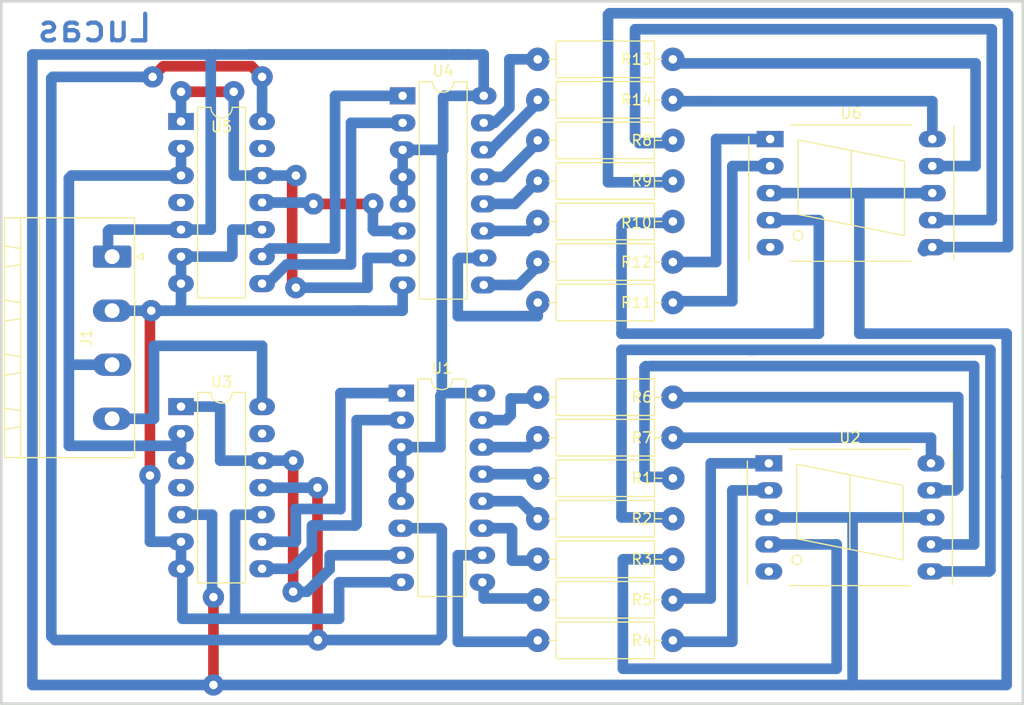
<source format=kicad_pcb>
(kicad_pcb (version 20171130) (host pcbnew "(5.1.9)-1")

  (general
    (thickness 1.6)
    (drawings 5)
    (tracks 321)
    (zones 0)
    (modules 21)
    (nets 43)
  )

  (page A4)
  (title_block
    (title "Contatore UP a 2 cifre")
    (date 2021-04-21)
    (company "Lucas Prati 3^A EN")
  )

  (layers
    (0 F.Cu signal)
    (31 B.Cu signal)
    (32 B.Adhes user)
    (33 F.Adhes user)
    (34 B.Paste user)
    (35 F.Paste user)
    (36 B.SilkS user)
    (37 F.SilkS user)
    (38 B.Mask user)
    (39 F.Mask user)
    (40 Dwgs.User user)
    (41 Cmts.User user)
    (42 Eco1.User user)
    (43 Eco2.User user)
    (44 Edge.Cuts user)
    (45 Margin user)
    (46 B.CrtYd user)
    (47 F.CrtYd user)
    (48 B.Fab user hide)
    (49 F.Fab user)
  )

  (setup
    (last_trace_width 1)
    (trace_clearance 0.5)
    (zone_clearance 0.508)
    (zone_45_only no)
    (trace_min 0.2)
    (via_size 2)
    (via_drill 0.8)
    (via_min_size 0.4)
    (via_min_drill 0.3)
    (uvia_size 0.3)
    (uvia_drill 0.1)
    (uvias_allowed no)
    (uvia_min_size 0.2)
    (uvia_min_drill 0.1)
    (edge_width 0.05)
    (segment_width 0.2)
    (pcb_text_width 0.3)
    (pcb_text_size 1.5 1.5)
    (mod_edge_width 0.12)
    (mod_text_size 1 1)
    (mod_text_width 0.15)
    (pad_size 2.2 2.2)
    (pad_drill 0.8)
    (pad_to_mask_clearance 0)
    (aux_axis_origin 0 0)
    (visible_elements 7FFFFFFF)
    (pcbplotparams
      (layerselection 0x010fc_ffffffff)
      (usegerberextensions false)
      (usegerberattributes true)
      (usegerberadvancedattributes true)
      (creategerberjobfile true)
      (excludeedgelayer true)
      (linewidth 0.100000)
      (plotframeref false)
      (viasonmask false)
      (mode 1)
      (useauxorigin false)
      (hpglpennumber 1)
      (hpglpenspeed 20)
      (hpglpendiameter 15.000000)
      (psnegative false)
      (psa4output false)
      (plotreference true)
      (plotvalue true)
      (plotinvisibletext false)
      (padsonsilk false)
      (subtractmaskfromsilk false)
      (outputformat 1)
      (mirror false)
      (drillshape 1)
      (scaleselection 1)
      (outputdirectory ""))
  )

  (net 0 "")
  (net 1 Vin)
  (net 2 Reset)
  (net 3 GND)
  (net 4 Vcc)
  (net 5 "Net-(R1-Pad2)")
  (net 6 "Net-(R1-Pad1)")
  (net 7 "Net-(R2-Pad1)")
  (net 8 "Net-(R2-Pad2)")
  (net 9 "Net-(R3-Pad2)")
  (net 10 "Net-(R3-Pad1)")
  (net 11 "Net-(R4-Pad1)")
  (net 12 "Net-(R4-Pad2)")
  (net 13 "Net-(R5-Pad1)")
  (net 14 "Net-(R5-Pad2)")
  (net 15 "Net-(R6-Pad2)")
  (net 16 "Net-(R6-Pad1)")
  (net 17 "Net-(R7-Pad1)")
  (net 18 "Net-(R7-Pad2)")
  (net 19 "Net-(R8-Pad2)")
  (net 20 "Net-(R8-Pad1)")
  (net 21 "Net-(R9-Pad1)")
  (net 22 "Net-(R9-Pad2)")
  (net 23 "Net-(R10-Pad2)")
  (net 24 "Net-(R10-Pad1)")
  (net 25 "Net-(R11-Pad1)")
  (net 26 "Net-(R11-Pad2)")
  (net 27 "Net-(R12-Pad2)")
  (net 28 "Net-(R12-Pad1)")
  (net 29 "Net-(R13-Pad1)")
  (net 30 "Net-(R13-Pad2)")
  (net 31 "Net-(R14-Pad2)")
  (net 32 "Net-(R14-Pad1)")
  (net 33 "Net-(U1-Pad1)")
  (net 34 "Net-(U2-Pad5)")
  (net 35 "Net-(U6-Pad5)")
  (net 36 "Net-(U1-Pad7)")
  (net 37 "Net-(U1-Pad6)")
  (net 38 "Net-(U1-Pad2)")
  (net 39 "Net-(U4-Pad1)")
  (net 40 "Net-(U4-Pad2)")
  (net 41 "Net-(U4-Pad6)")
  (net 42 "Net-(U4-Pad7)")

  (net_class Default "This is the default net class."
    (clearance 0.5)
    (trace_width 1)
    (via_dia 2)
    (via_drill 0.8)
    (uvia_dia 0.3)
    (uvia_drill 0.1)
    (add_net GND)
    (add_net "Net-(R1-Pad1)")
    (add_net "Net-(R1-Pad2)")
    (add_net "Net-(R10-Pad1)")
    (add_net "Net-(R10-Pad2)")
    (add_net "Net-(R11-Pad1)")
    (add_net "Net-(R11-Pad2)")
    (add_net "Net-(R12-Pad1)")
    (add_net "Net-(R12-Pad2)")
    (add_net "Net-(R13-Pad1)")
    (add_net "Net-(R13-Pad2)")
    (add_net "Net-(R14-Pad1)")
    (add_net "Net-(R14-Pad2)")
    (add_net "Net-(R2-Pad1)")
    (add_net "Net-(R2-Pad2)")
    (add_net "Net-(R3-Pad1)")
    (add_net "Net-(R3-Pad2)")
    (add_net "Net-(R4-Pad1)")
    (add_net "Net-(R4-Pad2)")
    (add_net "Net-(R5-Pad1)")
    (add_net "Net-(R5-Pad2)")
    (add_net "Net-(R6-Pad1)")
    (add_net "Net-(R6-Pad2)")
    (add_net "Net-(R7-Pad1)")
    (add_net "Net-(R7-Pad2)")
    (add_net "Net-(R8-Pad1)")
    (add_net "Net-(R8-Pad2)")
    (add_net "Net-(R9-Pad1)")
    (add_net "Net-(R9-Pad2)")
    (add_net "Net-(U1-Pad1)")
    (add_net "Net-(U1-Pad2)")
    (add_net "Net-(U1-Pad6)")
    (add_net "Net-(U1-Pad7)")
    (add_net "Net-(U2-Pad5)")
    (add_net "Net-(U4-Pad1)")
    (add_net "Net-(U4-Pad2)")
    (add_net "Net-(U4-Pad6)")
    (add_net "Net-(U4-Pad7)")
    (add_net "Net-(U6-Pad5)")
    (add_net Reset)
    (add_net Vcc)
    (add_net Vin)
  )

  (module Connector_Phoenix_MSTB:PhoenixContact_MSTBA_2,5_4-G-5,08_1x04_P5.08mm_Horizontal (layer F.Cu) (tedit 5B785047) (tstamp 608053EB)
    (at 113.411 70.993 270)
    (descr "Generic Phoenix Contact connector footprint for: MSTBA_2,5/4-G-5,08; number of pins: 04; pin pitch: 5.08mm; Angled || order number: 1757268 12A || order number: 1923885 16A (HC)")
    (tags "phoenix_contact connector MSTBA_01x04_G_5.08mm")
    (path /607FCF44)
    (fp_text reference J1 (at 7.62 2.413 90) (layer F.SilkS)
      (effects (font (size 1 1) (thickness 0.15)))
    )
    (fp_text value Conn_01x04_Female (at 7.62 8.89 90) (layer F.Fab)
      (effects (font (size 1 1) (thickness 0.15)))
    )
    (fp_line (start 0 -0.5) (end -0.95 -2) (layer F.Fab) (width 0.1))
    (fp_line (start 0.95 -2) (end 0 -0.5) (layer F.Fab) (width 0.1))
    (fp_line (start -0.3 -2.91) (end 0.3 -2.91) (layer F.SilkS) (width 0.12))
    (fp_line (start 0 -2.31) (end -0.3 -2.91) (layer F.SilkS) (width 0.12))
    (fp_line (start 0.3 -2.91) (end 0 -2.31) (layer F.SilkS) (width 0.12))
    (fp_line (start 19.28 -2.5) (end -4.04 -2.5) (layer F.CrtYd) (width 0.05))
    (fp_line (start 19.28 10.5) (end 19.28 -2.5) (layer F.CrtYd) (width 0.05))
    (fp_line (start -4.04 10.5) (end 19.28 10.5) (layer F.CrtYd) (width 0.05))
    (fp_line (start -4.04 -2.5) (end -4.04 10.5) (layer F.CrtYd) (width 0.05))
    (fp_line (start 14.49 8.61) (end 14.24 10.11) (layer F.SilkS) (width 0.12))
    (fp_line (start 15.99 8.61) (end 14.49 8.61) (layer F.SilkS) (width 0.12))
    (fp_line (start 16.24 10.11) (end 15.99 8.61) (layer F.SilkS) (width 0.12))
    (fp_line (start 14.24 10.11) (end 16.24 10.11) (layer F.SilkS) (width 0.12))
    (fp_line (start 9.41 8.61) (end 9.16 10.11) (layer F.SilkS) (width 0.12))
    (fp_line (start 10.91 8.61) (end 9.41 8.61) (layer F.SilkS) (width 0.12))
    (fp_line (start 11.16 10.11) (end 10.91 8.61) (layer F.SilkS) (width 0.12))
    (fp_line (start 9.16 10.11) (end 11.16 10.11) (layer F.SilkS) (width 0.12))
    (fp_line (start 4.33 8.61) (end 4.08 10.11) (layer F.SilkS) (width 0.12))
    (fp_line (start 5.83 8.61) (end 4.33 8.61) (layer F.SilkS) (width 0.12))
    (fp_line (start 6.08 10.11) (end 5.83 8.61) (layer F.SilkS) (width 0.12))
    (fp_line (start 4.08 10.11) (end 6.08 10.11) (layer F.SilkS) (width 0.12))
    (fp_line (start -0.75 8.61) (end -1 10.11) (layer F.SilkS) (width 0.12))
    (fp_line (start 0.75 8.61) (end -0.75 8.61) (layer F.SilkS) (width 0.12))
    (fp_line (start 1 10.11) (end 0.75 8.61) (layer F.SilkS) (width 0.12))
    (fp_line (start -1 10.11) (end 1 10.11) (layer F.SilkS) (width 0.12))
    (fp_line (start 18.89 8.61) (end -3.65 8.61) (layer F.SilkS) (width 0.12))
    (fp_line (start 18.89 6.81) (end 18.89 8.61) (layer F.SilkS) (width 0.12))
    (fp_line (start -3.65 6.81) (end 18.89 6.81) (layer F.SilkS) (width 0.12))
    (fp_line (start -3.65 8.61) (end -3.65 6.81) (layer F.SilkS) (width 0.12))
    (fp_line (start 18.78 -2) (end -3.54 -2) (layer F.Fab) (width 0.1))
    (fp_line (start 18.78 10) (end 18.78 -2) (layer F.Fab) (width 0.1))
    (fp_line (start -3.54 10) (end 18.78 10) (layer F.Fab) (width 0.1))
    (fp_line (start -3.54 -2) (end -3.54 10) (layer F.Fab) (width 0.1))
    (fp_line (start 18.89 -2.11) (end -3.65 -2.11) (layer F.SilkS) (width 0.12))
    (fp_line (start 18.89 10.11) (end 18.89 -2.11) (layer F.SilkS) (width 0.12))
    (fp_line (start -3.65 10.11) (end 18.89 10.11) (layer F.SilkS) (width 0.12))
    (fp_line (start -3.65 -2.11) (end -3.65 10.11) (layer F.SilkS) (width 0.12))
    (fp_text user %R (at 7.62 -1.3 90) (layer F.Fab)
      (effects (font (size 1 1) (thickness 0.15)))
    )
    (pad 1 thru_hole roundrect (at 0 0 270) (size 2.08 3.6) (drill 1.4) (layers *.Cu *.Mask) (roundrect_rratio 0.120192)
      (net 4 Vcc))
    (pad 2 thru_hole oval (at 5.08 0 270) (size 2.08 3.6) (drill 1.4) (layers *.Cu *.Mask)
      (net 3 GND))
    (pad 3 thru_hole oval (at 10.16 0 270) (size 2.08 3.6) (drill 1.4) (layers *.Cu *.Mask)
      (net 2 Reset))
    (pad 4 thru_hole oval (at 15.24 0 270) (size 2.08 3.6) (drill 1.4) (layers *.Cu *.Mask)
      (net 1 Vin))
    (model ${KISYS3DMOD}/Connector_Phoenix_MSTB.3dshapes/PhoenixContact_MSTBA_2,5_4-G-5,08_1x04_P5.08mm_Horizontal.wrl
      (at (xyz 0 0 0))
      (scale (xyz 1 1 1))
      (rotate (xyz 0 0 0))
    )
  )

  (module Resistor_THT:R_Axial_DIN0309_L9.0mm_D3.2mm_P12.70mm_Horizontal (layer F.Cu) (tedit 6081396C) (tstamp 60805402)
    (at 166.116 91.821 180)
    (descr "Resistor, Axial_DIN0309 series, Axial, Horizontal, pin pitch=12.7mm, 0.5W = 1/2W, length*diameter=9*3.2mm^2, http://cdn-reichelt.de/documents/datenblatt/B400/1_4W%23YAG.pdf")
    (tags "Resistor Axial_DIN0309 series Axial Horizontal pin pitch 12.7mm 0.5W = 1/2W length 9mm diameter 3.2mm")
    (path /608041D8)
    (fp_text reference R1 (at 2.921 0) (layer F.SilkS)
      (effects (font (size 1 1) (thickness 0.15)))
    )
    (fp_text value "R 330" (at 8.001 0) (layer F.Fab)
      (effects (font (size 1 1) (thickness 0.15)))
    )
    (fp_line (start 1.85 -1.6) (end 1.85 1.6) (layer F.Fab) (width 0.1))
    (fp_line (start 1.85 1.6) (end 10.85 1.6) (layer F.Fab) (width 0.1))
    (fp_line (start 10.85 1.6) (end 10.85 -1.6) (layer F.Fab) (width 0.1))
    (fp_line (start 10.85 -1.6) (end 1.85 -1.6) (layer F.Fab) (width 0.1))
    (fp_line (start 0 0) (end 1.85 0) (layer F.Fab) (width 0.1))
    (fp_line (start 12.7 0) (end 10.85 0) (layer F.Fab) (width 0.1))
    (fp_line (start 1.73 -1.72) (end 1.73 1.72) (layer F.SilkS) (width 0.12))
    (fp_line (start 1.73 1.72) (end 10.97 1.72) (layer F.SilkS) (width 0.12))
    (fp_line (start 10.97 1.72) (end 10.97 -1.72) (layer F.SilkS) (width 0.12))
    (fp_line (start 10.97 -1.72) (end 1.73 -1.72) (layer F.SilkS) (width 0.12))
    (fp_line (start 1.04 0) (end 1.73 0) (layer F.SilkS) (width 0.12))
    (fp_line (start 11.66 0) (end 10.97 0) (layer F.SilkS) (width 0.12))
    (fp_line (start -1.05 -1.85) (end -1.05 1.85) (layer F.CrtYd) (width 0.05))
    (fp_line (start -1.05 1.85) (end 13.75 1.85) (layer F.CrtYd) (width 0.05))
    (fp_line (start 13.75 1.85) (end 13.75 -1.85) (layer F.CrtYd) (width 0.05))
    (fp_line (start 13.75 -1.85) (end -1.05 -1.85) (layer F.CrtYd) (width 0.05))
    (pad 2 thru_hole circle (at 12.7 0 180) (size 2.2 2.2) (drill 0.8) (layers *.Cu *.Mask)
      (net 5 "Net-(R1-Pad2)"))
    (pad 1 thru_hole circle (at 0 0 180) (size 2.2 2.2) (drill 0.8) (layers *.Cu *.Mask)
      (net 6 "Net-(R1-Pad1)"))
    (model ${KISYS3DMOD}/Resistor_THT.3dshapes/R_Axial_DIN0309_L9.0mm_D3.2mm_P12.70mm_Horizontal.wrl
      (at (xyz 0 0 0))
      (scale (xyz 1 1 1))
      (rotate (xyz 0 0 0))
    )
  )

  (module Resistor_THT:R_Axial_DIN0309_L9.0mm_D3.2mm_P12.70mm_Horizontal (layer F.Cu) (tedit 60813955) (tstamp 60805419)
    (at 166.116 95.631 180)
    (descr "Resistor, Axial_DIN0309 series, Axial, Horizontal, pin pitch=12.7mm, 0.5W = 1/2W, length*diameter=9*3.2mm^2, http://cdn-reichelt.de/documents/datenblatt/B400/1_4W%23YAG.pdf")
    (tags "Resistor Axial_DIN0309 series Axial Horizontal pin pitch 12.7mm 0.5W = 1/2W length 9mm diameter 3.2mm")
    (path /60805820)
    (fp_text reference R2 (at 2.921 0) (layer F.SilkS)
      (effects (font (size 1 1) (thickness 0.15)))
    )
    (fp_text value "R 330" (at 8.001 0) (layer F.Fab)
      (effects (font (size 1 1) (thickness 0.15)))
    )
    (fp_line (start 13.75 -1.85) (end -1.05 -1.85) (layer F.CrtYd) (width 0.05))
    (fp_line (start 13.75 1.85) (end 13.75 -1.85) (layer F.CrtYd) (width 0.05))
    (fp_line (start -1.05 1.85) (end 13.75 1.85) (layer F.CrtYd) (width 0.05))
    (fp_line (start -1.05 -1.85) (end -1.05 1.85) (layer F.CrtYd) (width 0.05))
    (fp_line (start 11.66 0) (end 10.97 0) (layer F.SilkS) (width 0.12))
    (fp_line (start 1.04 0) (end 1.73 0) (layer F.SilkS) (width 0.12))
    (fp_line (start 10.97 -1.72) (end 1.73 -1.72) (layer F.SilkS) (width 0.12))
    (fp_line (start 10.97 1.72) (end 10.97 -1.72) (layer F.SilkS) (width 0.12))
    (fp_line (start 1.73 1.72) (end 10.97 1.72) (layer F.SilkS) (width 0.12))
    (fp_line (start 1.73 -1.72) (end 1.73 1.72) (layer F.SilkS) (width 0.12))
    (fp_line (start 12.7 0) (end 10.85 0) (layer F.Fab) (width 0.1))
    (fp_line (start 0 0) (end 1.85 0) (layer F.Fab) (width 0.1))
    (fp_line (start 10.85 -1.6) (end 1.85 -1.6) (layer F.Fab) (width 0.1))
    (fp_line (start 10.85 1.6) (end 10.85 -1.6) (layer F.Fab) (width 0.1))
    (fp_line (start 1.85 1.6) (end 10.85 1.6) (layer F.Fab) (width 0.1))
    (fp_line (start 1.85 -1.6) (end 1.85 1.6) (layer F.Fab) (width 0.1))
    (pad 1 thru_hole circle (at 0 0 180) (size 2.2 2.2) (drill 0.8) (layers *.Cu *.Mask)
      (net 7 "Net-(R2-Pad1)"))
    (pad 2 thru_hole circle (at 12.7 0 180) (size 2.2 2.2) (drill 0.8) (layers *.Cu *.Mask)
      (net 8 "Net-(R2-Pad2)"))
    (model ${KISYS3DMOD}/Resistor_THT.3dshapes/R_Axial_DIN0309_L9.0mm_D3.2mm_P12.70mm_Horizontal.wrl
      (at (xyz 0 0 0))
      (scale (xyz 1 1 1))
      (rotate (xyz 0 0 0))
    )
  )

  (module Resistor_THT:R_Axial_DIN0309_L9.0mm_D3.2mm_P12.70mm_Horizontal (layer F.Cu) (tedit 60813951) (tstamp 60805430)
    (at 166.116 99.441 180)
    (descr "Resistor, Axial_DIN0309 series, Axial, Horizontal, pin pitch=12.7mm, 0.5W = 1/2W, length*diameter=9*3.2mm^2, http://cdn-reichelt.de/documents/datenblatt/B400/1_4W%23YAG.pdf")
    (tags "Resistor Axial_DIN0309 series Axial Horizontal pin pitch 12.7mm 0.5W = 1/2W length 9mm diameter 3.2mm")
    (path /608063FE)
    (fp_text reference R3 (at 2.921 0) (layer F.SilkS)
      (effects (font (size 1 1) (thickness 0.15)))
    )
    (fp_text value "R 330" (at 8.001 0) (layer F.Fab)
      (effects (font (size 1 1) (thickness 0.15)))
    )
    (fp_line (start 1.85 -1.6) (end 1.85 1.6) (layer F.Fab) (width 0.1))
    (fp_line (start 1.85 1.6) (end 10.85 1.6) (layer F.Fab) (width 0.1))
    (fp_line (start 10.85 1.6) (end 10.85 -1.6) (layer F.Fab) (width 0.1))
    (fp_line (start 10.85 -1.6) (end 1.85 -1.6) (layer F.Fab) (width 0.1))
    (fp_line (start 0 0) (end 1.85 0) (layer F.Fab) (width 0.1))
    (fp_line (start 12.7 0) (end 10.85 0) (layer F.Fab) (width 0.1))
    (fp_line (start 1.73 -1.72) (end 1.73 1.72) (layer F.SilkS) (width 0.12))
    (fp_line (start 1.73 1.72) (end 10.97 1.72) (layer F.SilkS) (width 0.12))
    (fp_line (start 10.97 1.72) (end 10.97 -1.72) (layer F.SilkS) (width 0.12))
    (fp_line (start 10.97 -1.72) (end 1.73 -1.72) (layer F.SilkS) (width 0.12))
    (fp_line (start 1.04 0) (end 1.73 0) (layer F.SilkS) (width 0.12))
    (fp_line (start 11.66 0) (end 10.97 0) (layer F.SilkS) (width 0.12))
    (fp_line (start -1.05 -1.85) (end -1.05 1.85) (layer F.CrtYd) (width 0.05))
    (fp_line (start -1.05 1.85) (end 13.75 1.85) (layer F.CrtYd) (width 0.05))
    (fp_line (start 13.75 1.85) (end 13.75 -1.85) (layer F.CrtYd) (width 0.05))
    (fp_line (start 13.75 -1.85) (end -1.05 -1.85) (layer F.CrtYd) (width 0.05))
    (pad 2 thru_hole circle (at 12.7 0 180) (size 2.2 2.2) (drill 0.8) (layers *.Cu *.Mask)
      (net 9 "Net-(R3-Pad2)"))
    (pad 1 thru_hole circle (at 0 0 180) (size 2.2 2.2) (drill 0.8) (layers *.Cu *.Mask)
      (net 10 "Net-(R3-Pad1)"))
    (model ${KISYS3DMOD}/Resistor_THT.3dshapes/R_Axial_DIN0309_L9.0mm_D3.2mm_P12.70mm_Horizontal.wrl
      (at (xyz 0 0 0))
      (scale (xyz 1 1 1))
      (rotate (xyz 0 0 0))
    )
  )

  (module Resistor_THT:R_Axial_DIN0309_L9.0mm_D3.2mm_P12.70mm_Horizontal (layer F.Cu) (tedit 60813924) (tstamp 6080600A)
    (at 166.116 107.061 180)
    (descr "Resistor, Axial_DIN0309 series, Axial, Horizontal, pin pitch=12.7mm, 0.5W = 1/2W, length*diameter=9*3.2mm^2, http://cdn-reichelt.de/documents/datenblatt/B400/1_4W%23YAG.pdf")
    (tags "Resistor Axial_DIN0309 series Axial Horizontal pin pitch 12.7mm 0.5W = 1/2W length 9mm diameter 3.2mm")
    (path /6080665E)
    (fp_text reference R4 (at 2.921 0) (layer F.SilkS)
      (effects (font (size 1 1) (thickness 0.15)))
    )
    (fp_text value "R 330" (at 8.001 0) (layer F.Fab)
      (effects (font (size 1 1) (thickness 0.15)))
    )
    (fp_line (start 13.75 -1.85) (end -1.05 -1.85) (layer F.CrtYd) (width 0.05))
    (fp_line (start 13.75 1.85) (end 13.75 -1.85) (layer F.CrtYd) (width 0.05))
    (fp_line (start -1.05 1.85) (end 13.75 1.85) (layer F.CrtYd) (width 0.05))
    (fp_line (start -1.05 -1.85) (end -1.05 1.85) (layer F.CrtYd) (width 0.05))
    (fp_line (start 11.66 0) (end 10.97 0) (layer F.SilkS) (width 0.12))
    (fp_line (start 1.04 0) (end 1.73 0) (layer F.SilkS) (width 0.12))
    (fp_line (start 10.97 -1.72) (end 1.73 -1.72) (layer F.SilkS) (width 0.12))
    (fp_line (start 10.97 1.72) (end 10.97 -1.72) (layer F.SilkS) (width 0.12))
    (fp_line (start 1.73 1.72) (end 10.97 1.72) (layer F.SilkS) (width 0.12))
    (fp_line (start 1.73 -1.72) (end 1.73 1.72) (layer F.SilkS) (width 0.12))
    (fp_line (start 12.7 0) (end 10.85 0) (layer F.Fab) (width 0.1))
    (fp_line (start 0 0) (end 1.85 0) (layer F.Fab) (width 0.1))
    (fp_line (start 10.85 -1.6) (end 1.85 -1.6) (layer F.Fab) (width 0.1))
    (fp_line (start 10.85 1.6) (end 10.85 -1.6) (layer F.Fab) (width 0.1))
    (fp_line (start 1.85 1.6) (end 10.85 1.6) (layer F.Fab) (width 0.1))
    (fp_line (start 1.85 -1.6) (end 1.85 1.6) (layer F.Fab) (width 0.1))
    (pad 1 thru_hole circle (at 0 0 180) (size 2.2 2.2) (drill 0.8) (layers *.Cu *.Mask)
      (net 11 "Net-(R4-Pad1)"))
    (pad 2 thru_hole circle (at 12.7 0 180) (size 2.2 2.2) (drill 0.8) (layers *.Cu *.Mask)
      (net 12 "Net-(R4-Pad2)"))
    (model ${KISYS3DMOD}/Resistor_THT.3dshapes/R_Axial_DIN0309_L9.0mm_D3.2mm_P12.70mm_Horizontal.wrl
      (at (xyz 0 0 0))
      (scale (xyz 1 1 1))
      (rotate (xyz 0 0 0))
    )
  )

  (module Resistor_THT:R_Axial_DIN0309_L9.0mm_D3.2mm_P12.70mm_Horizontal (layer F.Cu) (tedit 60813944) (tstamp 6080545E)
    (at 166.116 103.251 180)
    (descr "Resistor, Axial_DIN0309 series, Axial, Horizontal, pin pitch=12.7mm, 0.5W = 1/2W, length*diameter=9*3.2mm^2, http://cdn-reichelt.de/documents/datenblatt/B400/1_4W%23YAG.pdf")
    (tags "Resistor Axial_DIN0309 series Axial Horizontal pin pitch 12.7mm 0.5W = 1/2W length 9mm diameter 3.2mm")
    (path /608068AB)
    (fp_text reference R5 (at 2.921 0) (layer F.SilkS)
      (effects (font (size 1 1) (thickness 0.15)))
    )
    (fp_text value "R 330" (at 8.001 -0.127) (layer F.Fab)
      (effects (font (size 1 1) (thickness 0.15)))
    )
    (fp_line (start 13.75 -1.85) (end -1.05 -1.85) (layer F.CrtYd) (width 0.05))
    (fp_line (start 13.75 1.85) (end 13.75 -1.85) (layer F.CrtYd) (width 0.05))
    (fp_line (start -1.05 1.85) (end 13.75 1.85) (layer F.CrtYd) (width 0.05))
    (fp_line (start -1.05 -1.85) (end -1.05 1.85) (layer F.CrtYd) (width 0.05))
    (fp_line (start 11.66 0) (end 10.97 0) (layer F.SilkS) (width 0.12))
    (fp_line (start 1.04 0) (end 1.73 0) (layer F.SilkS) (width 0.12))
    (fp_line (start 10.97 -1.72) (end 1.73 -1.72) (layer F.SilkS) (width 0.12))
    (fp_line (start 10.97 1.72) (end 10.97 -1.72) (layer F.SilkS) (width 0.12))
    (fp_line (start 1.73 1.72) (end 10.97 1.72) (layer F.SilkS) (width 0.12))
    (fp_line (start 1.73 -1.72) (end 1.73 1.72) (layer F.SilkS) (width 0.12))
    (fp_line (start 12.7 0) (end 10.85 0) (layer F.Fab) (width 0.1))
    (fp_line (start 0 0) (end 1.85 0) (layer F.Fab) (width 0.1))
    (fp_line (start 10.85 -1.6) (end 1.85 -1.6) (layer F.Fab) (width 0.1))
    (fp_line (start 10.85 1.6) (end 10.85 -1.6) (layer F.Fab) (width 0.1))
    (fp_line (start 1.85 1.6) (end 10.85 1.6) (layer F.Fab) (width 0.1))
    (fp_line (start 1.85 -1.6) (end 1.85 1.6) (layer F.Fab) (width 0.1))
    (pad 1 thru_hole circle (at 0 0 180) (size 2.2 2.2) (drill 0.8) (layers *.Cu *.Mask)
      (net 13 "Net-(R5-Pad1)"))
    (pad 2 thru_hole circle (at 12.7 0 180) (size 2.2 2.2) (drill 0.8) (layers *.Cu *.Mask)
      (net 14 "Net-(R5-Pad2)"))
    (model ${KISYS3DMOD}/Resistor_THT.3dshapes/R_Axial_DIN0309_L9.0mm_D3.2mm_P12.70mm_Horizontal.wrl
      (at (xyz 0 0 0))
      (scale (xyz 1 1 1))
      (rotate (xyz 0 0 0))
    )
  )

  (module Resistor_THT:R_Axial_DIN0309_L9.0mm_D3.2mm_P12.70mm_Horizontal (layer F.Cu) (tedit 60813983) (tstamp 60813255)
    (at 166.116 84.201 180)
    (descr "Resistor, Axial_DIN0309 series, Axial, Horizontal, pin pitch=12.7mm, 0.5W = 1/2W, length*diameter=9*3.2mm^2, http://cdn-reichelt.de/documents/datenblatt/B400/1_4W%23YAG.pdf")
    (tags "Resistor Axial_DIN0309 series Axial Horizontal pin pitch 12.7mm 0.5W = 1/2W length 9mm diameter 3.2mm")
    (path /608069CD)
    (fp_text reference R6 (at 2.921 0) (layer F.SilkS)
      (effects (font (size 1 1) (thickness 0.15)))
    )
    (fp_text value "R 330" (at 8.001 -0.127) (layer F.Fab)
      (effects (font (size 1 1) (thickness 0.15)))
    )
    (fp_line (start 1.85 -1.6) (end 1.85 1.6) (layer F.Fab) (width 0.1))
    (fp_line (start 1.85 1.6) (end 10.85 1.6) (layer F.Fab) (width 0.1))
    (fp_line (start 10.85 1.6) (end 10.85 -1.6) (layer F.Fab) (width 0.1))
    (fp_line (start 10.85 -1.6) (end 1.85 -1.6) (layer F.Fab) (width 0.1))
    (fp_line (start 0 0) (end 1.85 0) (layer F.Fab) (width 0.1))
    (fp_line (start 12.7 0) (end 10.85 0) (layer F.Fab) (width 0.1))
    (fp_line (start 1.73 -1.72) (end 1.73 1.72) (layer F.SilkS) (width 0.12))
    (fp_line (start 1.73 1.72) (end 10.97 1.72) (layer F.SilkS) (width 0.12))
    (fp_line (start 10.97 1.72) (end 10.97 -1.72) (layer F.SilkS) (width 0.12))
    (fp_line (start 10.97 -1.72) (end 1.73 -1.72) (layer F.SilkS) (width 0.12))
    (fp_line (start 1.04 0) (end 1.73 0) (layer F.SilkS) (width 0.12))
    (fp_line (start 11.66 0) (end 10.97 0) (layer F.SilkS) (width 0.12))
    (fp_line (start -1.05 -1.85) (end -1.05 1.85) (layer F.CrtYd) (width 0.05))
    (fp_line (start -1.05 1.85) (end 13.75 1.85) (layer F.CrtYd) (width 0.05))
    (fp_line (start 13.75 1.85) (end 13.75 -1.85) (layer F.CrtYd) (width 0.05))
    (fp_line (start 13.75 -1.85) (end -1.05 -1.85) (layer F.CrtYd) (width 0.05))
    (pad 2 thru_hole circle (at 12.7 0 180) (size 2.2 2.2) (drill 0.8) (layers *.Cu *.Mask)
      (net 15 "Net-(R6-Pad2)"))
    (pad 1 thru_hole circle (at 0 0 180) (size 2.2 2.2) (drill 0.8) (layers *.Cu *.Mask)
      (net 16 "Net-(R6-Pad1)"))
    (model ${KISYS3DMOD}/Resistor_THT.3dshapes/R_Axial_DIN0309_L9.0mm_D3.2mm_P12.70mm_Horizontal.wrl
      (at (xyz 0 0 0))
      (scale (xyz 1 1 1))
      (rotate (xyz 0 0 0))
    )
  )

  (module Resistor_THT:R_Axial_DIN0309_L9.0mm_D3.2mm_P12.70mm_Horizontal (layer F.Cu) (tedit 60813973) (tstamp 6080548C)
    (at 166.116 88.011 180)
    (descr "Resistor, Axial_DIN0309 series, Axial, Horizontal, pin pitch=12.7mm, 0.5W = 1/2W, length*diameter=9*3.2mm^2, http://cdn-reichelt.de/documents/datenblatt/B400/1_4W%23YAG.pdf")
    (tags "Resistor Axial_DIN0309 series Axial Horizontal pin pitch 12.7mm 0.5W = 1/2W length 9mm diameter 3.2mm")
    (path /60806AF9)
    (fp_text reference R7 (at 2.921 0) (layer F.SilkS)
      (effects (font (size 1 1) (thickness 0.15)))
    )
    (fp_text value "R 330" (at 8.001 0) (layer F.Fab)
      (effects (font (size 1 1) (thickness 0.15)))
    )
    (fp_line (start 13.75 -1.85) (end -1.05 -1.85) (layer F.CrtYd) (width 0.05))
    (fp_line (start 13.75 1.85) (end 13.75 -1.85) (layer F.CrtYd) (width 0.05))
    (fp_line (start -1.05 1.85) (end 13.75 1.85) (layer F.CrtYd) (width 0.05))
    (fp_line (start -1.05 -1.85) (end -1.05 1.85) (layer F.CrtYd) (width 0.05))
    (fp_line (start 11.66 0) (end 10.97 0) (layer F.SilkS) (width 0.12))
    (fp_line (start 1.04 0) (end 1.73 0) (layer F.SilkS) (width 0.12))
    (fp_line (start 10.97 -1.72) (end 1.73 -1.72) (layer F.SilkS) (width 0.12))
    (fp_line (start 10.97 1.72) (end 10.97 -1.72) (layer F.SilkS) (width 0.12))
    (fp_line (start 1.73 1.72) (end 10.97 1.72) (layer F.SilkS) (width 0.12))
    (fp_line (start 1.73 -1.72) (end 1.73 1.72) (layer F.SilkS) (width 0.12))
    (fp_line (start 12.7 0) (end 10.85 0) (layer F.Fab) (width 0.1))
    (fp_line (start 0 0) (end 1.85 0) (layer F.Fab) (width 0.1))
    (fp_line (start 10.85 -1.6) (end 1.85 -1.6) (layer F.Fab) (width 0.1))
    (fp_line (start 10.85 1.6) (end 10.85 -1.6) (layer F.Fab) (width 0.1))
    (fp_line (start 1.85 1.6) (end 10.85 1.6) (layer F.Fab) (width 0.1))
    (fp_line (start 1.85 -1.6) (end 1.85 1.6) (layer F.Fab) (width 0.1))
    (pad 1 thru_hole circle (at 0 0 180) (size 2.2 2.2) (drill 0.8) (layers *.Cu *.Mask)
      (net 17 "Net-(R7-Pad1)"))
    (pad 2 thru_hole circle (at 12.7 0 180) (size 2.2 2.2) (drill 0.8) (layers *.Cu *.Mask)
      (net 18 "Net-(R7-Pad2)"))
    (model ${KISYS3DMOD}/Resistor_THT.3dshapes/R_Axial_DIN0309_L9.0mm_D3.2mm_P12.70mm_Horizontal.wrl
      (at (xyz 0 0 0))
      (scale (xyz 1 1 1))
      (rotate (xyz 0 0 0))
    )
  )

  (module Resistor_THT:R_Axial_DIN0309_L9.0mm_D3.2mm_P12.70mm_Horizontal (layer F.Cu) (tedit 60813BCF) (tstamp 608054A3)
    (at 166.116 60.071 180)
    (descr "Resistor, Axial_DIN0309 series, Axial, Horizontal, pin pitch=12.7mm, 0.5W = 1/2W, length*diameter=9*3.2mm^2, http://cdn-reichelt.de/documents/datenblatt/B400/1_4W%23YAG.pdf")
    (tags "Resistor Axial_DIN0309 series Axial Horizontal pin pitch 12.7mm 0.5W = 1/2W length 9mm diameter 3.2mm")
    (path /6080A593)
    (fp_text reference R8 (at 2.921 0) (layer F.SilkS)
      (effects (font (size 1 1) (thickness 0.15)))
    )
    (fp_text value "R 330" (at 8.001 0) (layer F.Fab)
      (effects (font (size 1 1) (thickness 0.15)))
    )
    (fp_line (start 1.85 -1.6) (end 1.85 1.6) (layer F.Fab) (width 0.1))
    (fp_line (start 1.85 1.6) (end 10.85 1.6) (layer F.Fab) (width 0.1))
    (fp_line (start 10.85 1.6) (end 10.85 -1.6) (layer F.Fab) (width 0.1))
    (fp_line (start 10.85 -1.6) (end 1.85 -1.6) (layer F.Fab) (width 0.1))
    (fp_line (start 0 0) (end 1.85 0) (layer F.Fab) (width 0.1))
    (fp_line (start 12.7 0) (end 10.85 0) (layer F.Fab) (width 0.1))
    (fp_line (start 1.73 -1.72) (end 1.73 1.72) (layer F.SilkS) (width 0.12))
    (fp_line (start 1.73 1.72) (end 10.97 1.72) (layer F.SilkS) (width 0.12))
    (fp_line (start 10.97 1.72) (end 10.97 -1.72) (layer F.SilkS) (width 0.12))
    (fp_line (start 10.97 -1.72) (end 1.73 -1.72) (layer F.SilkS) (width 0.12))
    (fp_line (start 1.04 0) (end 1.73 0) (layer F.SilkS) (width 0.12))
    (fp_line (start 11.66 0) (end 10.97 0) (layer F.SilkS) (width 0.12))
    (fp_line (start -1.05 -1.85) (end -1.05 1.85) (layer F.CrtYd) (width 0.05))
    (fp_line (start -1.05 1.85) (end 13.75 1.85) (layer F.CrtYd) (width 0.05))
    (fp_line (start 13.75 1.85) (end 13.75 -1.85) (layer F.CrtYd) (width 0.05))
    (fp_line (start 13.75 -1.85) (end -1.05 -1.85) (layer F.CrtYd) (width 0.05))
    (pad 2 thru_hole circle (at 12.7 0 180) (size 2.2 2.2) (drill 0.8) (layers *.Cu *.Mask)
      (net 19 "Net-(R8-Pad2)"))
    (pad 1 thru_hole circle (at 0 0 180) (size 2.2 2.2) (drill 0.8) (layers *.Cu *.Mask)
      (net 20 "Net-(R8-Pad1)"))
    (model ${KISYS3DMOD}/Resistor_THT.3dshapes/R_Axial_DIN0309_L9.0mm_D3.2mm_P12.70mm_Horizontal.wrl
      (at (xyz 0 0 0))
      (scale (xyz 1 1 1))
      (rotate (xyz 0 0 0))
    )
  )

  (module Resistor_THT:R_Axial_DIN0309_L9.0mm_D3.2mm_P12.70mm_Horizontal (layer F.Cu) (tedit 60813B98) (tstamp 608054BA)
    (at 166.116 63.881 180)
    (descr "Resistor, Axial_DIN0309 series, Axial, Horizontal, pin pitch=12.7mm, 0.5W = 1/2W, length*diameter=9*3.2mm^2, http://cdn-reichelt.de/documents/datenblatt/B400/1_4W%23YAG.pdf")
    (tags "Resistor Axial_DIN0309 series Axial Horizontal pin pitch 12.7mm 0.5W = 1/2W length 9mm diameter 3.2mm")
    (path /6080AC99)
    (fp_text reference R9 (at 2.921 0) (layer F.SilkS)
      (effects (font (size 1 1) (thickness 0.15)))
    )
    (fp_text value "R 330" (at 8.001 0) (layer F.Fab)
      (effects (font (size 1 1) (thickness 0.15)))
    )
    (fp_line (start 13.75 -1.85) (end -1.05 -1.85) (layer F.CrtYd) (width 0.05))
    (fp_line (start 13.75 1.85) (end 13.75 -1.85) (layer F.CrtYd) (width 0.05))
    (fp_line (start -1.05 1.85) (end 13.75 1.85) (layer F.CrtYd) (width 0.05))
    (fp_line (start -1.05 -1.85) (end -1.05 1.85) (layer F.CrtYd) (width 0.05))
    (fp_line (start 11.66 0) (end 10.97 0) (layer F.SilkS) (width 0.12))
    (fp_line (start 1.04 0) (end 1.73 0) (layer F.SilkS) (width 0.12))
    (fp_line (start 10.97 -1.72) (end 1.73 -1.72) (layer F.SilkS) (width 0.12))
    (fp_line (start 10.97 1.72) (end 10.97 -1.72) (layer F.SilkS) (width 0.12))
    (fp_line (start 1.73 1.72) (end 10.97 1.72) (layer F.SilkS) (width 0.12))
    (fp_line (start 1.73 -1.72) (end 1.73 1.72) (layer F.SilkS) (width 0.12))
    (fp_line (start 12.7 0) (end 10.85 0) (layer F.Fab) (width 0.1))
    (fp_line (start 0 0) (end 1.85 0) (layer F.Fab) (width 0.1))
    (fp_line (start 10.85 -1.6) (end 1.85 -1.6) (layer F.Fab) (width 0.1))
    (fp_line (start 10.85 1.6) (end 10.85 -1.6) (layer F.Fab) (width 0.1))
    (fp_line (start 1.85 1.6) (end 10.85 1.6) (layer F.Fab) (width 0.1))
    (fp_line (start 1.85 -1.6) (end 1.85 1.6) (layer F.Fab) (width 0.1))
    (pad 1 thru_hole circle (at 0 0 180) (size 2.2 2.2) (drill 0.8) (layers *.Cu *.Mask)
      (net 21 "Net-(R9-Pad1)"))
    (pad 2 thru_hole circle (at 12.7 0 180) (size 2.2 2.2) (drill 0.8) (layers *.Cu *.Mask)
      (net 22 "Net-(R9-Pad2)"))
    (model ${KISYS3DMOD}/Resistor_THT.3dshapes/R_Axial_DIN0309_L9.0mm_D3.2mm_P12.70mm_Horizontal.wrl
      (at (xyz 0 0 0))
      (scale (xyz 1 1 1))
      (rotate (xyz 0 0 0))
    )
  )

  (module Resistor_THT:R_Axial_DIN0309_L9.0mm_D3.2mm_P12.70mm_Horizontal (layer F.Cu) (tedit 60813B92) (tstamp 608054D1)
    (at 166.116 67.691 180)
    (descr "Resistor, Axial_DIN0309 series, Axial, Horizontal, pin pitch=12.7mm, 0.5W = 1/2W, length*diameter=9*3.2mm^2, http://cdn-reichelt.de/documents/datenblatt/B400/1_4W%23YAG.pdf")
    (tags "Resistor Axial_DIN0309 series Axial Horizontal pin pitch 12.7mm 0.5W = 1/2W length 9mm diameter 3.2mm")
    (path /6080AD07)
    (fp_text reference R10 (at 3.429 -0.127) (layer F.SilkS)
      (effects (font (size 1 1) (thickness 0.15)))
    )
    (fp_text value "R 330" (at 8.001 -0.127) (layer F.Fab)
      (effects (font (size 1 1) (thickness 0.15)))
    )
    (fp_line (start 1.85 -1.6) (end 1.85 1.6) (layer F.Fab) (width 0.1))
    (fp_line (start 1.85 1.6) (end 10.85 1.6) (layer F.Fab) (width 0.1))
    (fp_line (start 10.85 1.6) (end 10.85 -1.6) (layer F.Fab) (width 0.1))
    (fp_line (start 10.85 -1.6) (end 1.85 -1.6) (layer F.Fab) (width 0.1))
    (fp_line (start 0 0) (end 1.85 0) (layer F.Fab) (width 0.1))
    (fp_line (start 12.7 0) (end 10.85 0) (layer F.Fab) (width 0.1))
    (fp_line (start 1.73 -1.72) (end 1.73 1.72) (layer F.SilkS) (width 0.12))
    (fp_line (start 1.73 1.72) (end 10.97 1.72) (layer F.SilkS) (width 0.12))
    (fp_line (start 10.97 1.72) (end 10.97 -1.72) (layer F.SilkS) (width 0.12))
    (fp_line (start 10.97 -1.72) (end 1.73 -1.72) (layer F.SilkS) (width 0.12))
    (fp_line (start 1.04 0) (end 1.73 0) (layer F.SilkS) (width 0.12))
    (fp_line (start 11.66 0) (end 10.97 0) (layer F.SilkS) (width 0.12))
    (fp_line (start -1.05 -1.85) (end -1.05 1.85) (layer F.CrtYd) (width 0.05))
    (fp_line (start -1.05 1.85) (end 13.75 1.85) (layer F.CrtYd) (width 0.05))
    (fp_line (start 13.75 1.85) (end 13.75 -1.85) (layer F.CrtYd) (width 0.05))
    (fp_line (start 13.75 -1.85) (end -1.05 -1.85) (layer F.CrtYd) (width 0.05))
    (pad 2 thru_hole circle (at 12.7 0 180) (size 2.2 2.2) (drill 0.8) (layers *.Cu *.Mask)
      (net 23 "Net-(R10-Pad2)"))
    (pad 1 thru_hole circle (at 0 0 180) (size 2.2 2.2) (drill 0.8) (layers *.Cu *.Mask)
      (net 24 "Net-(R10-Pad1)"))
    (model ${KISYS3DMOD}/Resistor_THT.3dshapes/R_Axial_DIN0309_L9.0mm_D3.2mm_P12.70mm_Horizontal.wrl
      (at (xyz 0 0 0))
      (scale (xyz 1 1 1))
      (rotate (xyz 0 0 0))
    )
  )

  (module Resistor_THT:R_Axial_DIN0309_L9.0mm_D3.2mm_P12.70mm_Horizontal (layer F.Cu) (tedit 60813B84) (tstamp 6080671B)
    (at 166.116 75.311 180)
    (descr "Resistor, Axial_DIN0309 series, Axial, Horizontal, pin pitch=12.7mm, 0.5W = 1/2W, length*diameter=9*3.2mm^2, http://cdn-reichelt.de/documents/datenblatt/B400/1_4W%23YAG.pdf")
    (tags "Resistor Axial_DIN0309 series Axial Horizontal pin pitch 12.7mm 0.5W = 1/2W length 9mm diameter 3.2mm")
    (path /6080AD70)
    (fp_text reference R11 (at 3.429 0) (layer F.SilkS)
      (effects (font (size 1 1) (thickness 0.15)))
    )
    (fp_text value "R 330" (at 8.001 0) (layer F.Fab)
      (effects (font (size 1 1) (thickness 0.15)))
    )
    (fp_line (start 13.75 -1.85) (end -1.05 -1.85) (layer F.CrtYd) (width 0.05))
    (fp_line (start 13.75 1.85) (end 13.75 -1.85) (layer F.CrtYd) (width 0.05))
    (fp_line (start -1.05 1.85) (end 13.75 1.85) (layer F.CrtYd) (width 0.05))
    (fp_line (start -1.05 -1.85) (end -1.05 1.85) (layer F.CrtYd) (width 0.05))
    (fp_line (start 11.66 0) (end 10.97 0) (layer F.SilkS) (width 0.12))
    (fp_line (start 1.04 0) (end 1.73 0) (layer F.SilkS) (width 0.12))
    (fp_line (start 10.97 -1.72) (end 1.73 -1.72) (layer F.SilkS) (width 0.12))
    (fp_line (start 10.97 1.72) (end 10.97 -1.72) (layer F.SilkS) (width 0.12))
    (fp_line (start 1.73 1.72) (end 10.97 1.72) (layer F.SilkS) (width 0.12))
    (fp_line (start 1.73 -1.72) (end 1.73 1.72) (layer F.SilkS) (width 0.12))
    (fp_line (start 12.7 0) (end 10.85 0) (layer F.Fab) (width 0.1))
    (fp_line (start 0 0) (end 1.85 0) (layer F.Fab) (width 0.1))
    (fp_line (start 10.85 -1.6) (end 1.85 -1.6) (layer F.Fab) (width 0.1))
    (fp_line (start 10.85 1.6) (end 10.85 -1.6) (layer F.Fab) (width 0.1))
    (fp_line (start 1.85 1.6) (end 10.85 1.6) (layer F.Fab) (width 0.1))
    (fp_line (start 1.85 -1.6) (end 1.85 1.6) (layer F.Fab) (width 0.1))
    (pad 1 thru_hole circle (at 0 0 180) (size 2.2 2.2) (drill 0.8) (layers *.Cu *.Mask)
      (net 25 "Net-(R11-Pad1)"))
    (pad 2 thru_hole circle (at 12.7 0 180) (size 2.2 2.2) (drill 0.8) (layers *.Cu *.Mask)
      (net 26 "Net-(R11-Pad2)"))
    (model ${KISYS3DMOD}/Resistor_THT.3dshapes/R_Axial_DIN0309_L9.0mm_D3.2mm_P12.70mm_Horizontal.wrl
      (at (xyz 0 0 0))
      (scale (xyz 1 1 1))
      (rotate (xyz 0 0 0))
    )
  )

  (module Resistor_THT:R_Axial_DIN0309_L9.0mm_D3.2mm_P12.70mm_Horizontal (layer F.Cu) (tedit 60813B8D) (tstamp 608054FF)
    (at 166.116 71.501 180)
    (descr "Resistor, Axial_DIN0309 series, Axial, Horizontal, pin pitch=12.7mm, 0.5W = 1/2W, length*diameter=9*3.2mm^2, http://cdn-reichelt.de/documents/datenblatt/B400/1_4W%23YAG.pdf")
    (tags "Resistor Axial_DIN0309 series Axial Horizontal pin pitch 12.7mm 0.5W = 1/2W length 9mm diameter 3.2mm")
    (path /6080ADD9)
    (fp_text reference R12 (at 3.429 0) (layer F.SilkS)
      (effects (font (size 1 1) (thickness 0.15)))
    )
    (fp_text value "R 330" (at 8.001 0) (layer F.Fab)
      (effects (font (size 1 1) (thickness 0.15)))
    )
    (fp_line (start 1.85 -1.6) (end 1.85 1.6) (layer F.Fab) (width 0.1))
    (fp_line (start 1.85 1.6) (end 10.85 1.6) (layer F.Fab) (width 0.1))
    (fp_line (start 10.85 1.6) (end 10.85 -1.6) (layer F.Fab) (width 0.1))
    (fp_line (start 10.85 -1.6) (end 1.85 -1.6) (layer F.Fab) (width 0.1))
    (fp_line (start 0 0) (end 1.85 0) (layer F.Fab) (width 0.1))
    (fp_line (start 12.7 0) (end 10.85 0) (layer F.Fab) (width 0.1))
    (fp_line (start 1.73 -1.72) (end 1.73 1.72) (layer F.SilkS) (width 0.12))
    (fp_line (start 1.73 1.72) (end 10.97 1.72) (layer F.SilkS) (width 0.12))
    (fp_line (start 10.97 1.72) (end 10.97 -1.72) (layer F.SilkS) (width 0.12))
    (fp_line (start 10.97 -1.72) (end 1.73 -1.72) (layer F.SilkS) (width 0.12))
    (fp_line (start 1.04 0) (end 1.73 0) (layer F.SilkS) (width 0.12))
    (fp_line (start 11.66 0) (end 10.97 0) (layer F.SilkS) (width 0.12))
    (fp_line (start -1.05 -1.85) (end -1.05 1.85) (layer F.CrtYd) (width 0.05))
    (fp_line (start -1.05 1.85) (end 13.75 1.85) (layer F.CrtYd) (width 0.05))
    (fp_line (start 13.75 1.85) (end 13.75 -1.85) (layer F.CrtYd) (width 0.05))
    (fp_line (start 13.75 -1.85) (end -1.05 -1.85) (layer F.CrtYd) (width 0.05))
    (pad 2 thru_hole circle (at 12.7 0 180) (size 2.2 2.2) (drill 0.8) (layers *.Cu *.Mask)
      (net 27 "Net-(R12-Pad2)"))
    (pad 1 thru_hole circle (at 0 0 180) (size 2.2 2.2) (drill 0.8) (layers *.Cu *.Mask)
      (net 28 "Net-(R12-Pad1)"))
    (model ${KISYS3DMOD}/Resistor_THT.3dshapes/R_Axial_DIN0309_L9.0mm_D3.2mm_P12.70mm_Horizontal.wrl
      (at (xyz 0 0 0))
      (scale (xyz 1 1 1))
      (rotate (xyz 0 0 0))
    )
  )

  (module Resistor_THT:R_Axial_DIN0309_L9.0mm_D3.2mm_P12.70mm_Horizontal (layer F.Cu) (tedit 60813BD9) (tstamp 60805516)
    (at 166.116 52.451 180)
    (descr "Resistor, Axial_DIN0309 series, Axial, Horizontal, pin pitch=12.7mm, 0.5W = 1/2W, length*diameter=9*3.2mm^2, http://cdn-reichelt.de/documents/datenblatt/B400/1_4W%23YAG.pdf")
    (tags "Resistor Axial_DIN0309 series Axial Horizontal pin pitch 12.7mm 0.5W = 1/2W length 9mm diameter 3.2mm")
    (path /6080AE42)
    (fp_text reference R13 (at 3.429 0) (layer F.SilkS)
      (effects (font (size 1 1) (thickness 0.15)))
    )
    (fp_text value "R 330" (at 8.001 0) (layer F.Fab)
      (effects (font (size 1 1) (thickness 0.15)))
    )
    (fp_line (start 13.75 -1.85) (end -1.05 -1.85) (layer F.CrtYd) (width 0.05))
    (fp_line (start 13.75 1.85) (end 13.75 -1.85) (layer F.CrtYd) (width 0.05))
    (fp_line (start -1.05 1.85) (end 13.75 1.85) (layer F.CrtYd) (width 0.05))
    (fp_line (start -1.05 -1.85) (end -1.05 1.85) (layer F.CrtYd) (width 0.05))
    (fp_line (start 11.66 0) (end 10.97 0) (layer F.SilkS) (width 0.12))
    (fp_line (start 1.04 0) (end 1.73 0) (layer F.SilkS) (width 0.12))
    (fp_line (start 10.97 -1.72) (end 1.73 -1.72) (layer F.SilkS) (width 0.12))
    (fp_line (start 10.97 1.72) (end 10.97 -1.72) (layer F.SilkS) (width 0.12))
    (fp_line (start 1.73 1.72) (end 10.97 1.72) (layer F.SilkS) (width 0.12))
    (fp_line (start 1.73 -1.72) (end 1.73 1.72) (layer F.SilkS) (width 0.12))
    (fp_line (start 12.7 0) (end 10.85 0) (layer F.Fab) (width 0.1))
    (fp_line (start 0 0) (end 1.85 0) (layer F.Fab) (width 0.1))
    (fp_line (start 10.85 -1.6) (end 1.85 -1.6) (layer F.Fab) (width 0.1))
    (fp_line (start 10.85 1.6) (end 10.85 -1.6) (layer F.Fab) (width 0.1))
    (fp_line (start 1.85 1.6) (end 10.85 1.6) (layer F.Fab) (width 0.1))
    (fp_line (start 1.85 -1.6) (end 1.85 1.6) (layer F.Fab) (width 0.1))
    (pad 1 thru_hole circle (at 0 0 180) (size 2.2 2.2) (drill 0.8) (layers *.Cu *.Mask)
      (net 29 "Net-(R13-Pad1)"))
    (pad 2 thru_hole circle (at 12.7 0 180) (size 2.2 2.2) (drill 0.8) (layers *.Cu *.Mask)
      (net 30 "Net-(R13-Pad2)"))
    (model ${KISYS3DMOD}/Resistor_THT.3dshapes/R_Axial_DIN0309_L9.0mm_D3.2mm_P12.70mm_Horizontal.wrl
      (at (xyz 0 0 0))
      (scale (xyz 1 1 1))
      (rotate (xyz 0 0 0))
    )
  )

  (module Resistor_THT:R_Axial_DIN0309_L9.0mm_D3.2mm_P12.70mm_Horizontal (layer F.Cu) (tedit 60813BD4) (tstamp 6080552D)
    (at 166.116 56.261 180)
    (descr "Resistor, Axial_DIN0309 series, Axial, Horizontal, pin pitch=12.7mm, 0.5W = 1/2W, length*diameter=9*3.2mm^2, http://cdn-reichelt.de/documents/datenblatt/B400/1_4W%23YAG.pdf")
    (tags "Resistor Axial_DIN0309 series Axial Horizontal pin pitch 12.7mm 0.5W = 1/2W length 9mm diameter 3.2mm")
    (path /6080AEAB)
    (fp_text reference R14 (at 3.429 0) (layer F.SilkS)
      (effects (font (size 1 1) (thickness 0.15)))
    )
    (fp_text value "R 330" (at 8.001 0) (layer F.Fab)
      (effects (font (size 1 1) (thickness 0.15)))
    )
    (fp_line (start 1.85 -1.6) (end 1.85 1.6) (layer F.Fab) (width 0.1))
    (fp_line (start 1.85 1.6) (end 10.85 1.6) (layer F.Fab) (width 0.1))
    (fp_line (start 10.85 1.6) (end 10.85 -1.6) (layer F.Fab) (width 0.1))
    (fp_line (start 10.85 -1.6) (end 1.85 -1.6) (layer F.Fab) (width 0.1))
    (fp_line (start 0 0) (end 1.85 0) (layer F.Fab) (width 0.1))
    (fp_line (start 12.7 0) (end 10.85 0) (layer F.Fab) (width 0.1))
    (fp_line (start 1.73 -1.72) (end 1.73 1.72) (layer F.SilkS) (width 0.12))
    (fp_line (start 1.73 1.72) (end 10.97 1.72) (layer F.SilkS) (width 0.12))
    (fp_line (start 10.97 1.72) (end 10.97 -1.72) (layer F.SilkS) (width 0.12))
    (fp_line (start 10.97 -1.72) (end 1.73 -1.72) (layer F.SilkS) (width 0.12))
    (fp_line (start 1.04 0) (end 1.73 0) (layer F.SilkS) (width 0.12))
    (fp_line (start 11.66 0) (end 10.97 0) (layer F.SilkS) (width 0.12))
    (fp_line (start -1.05 -1.85) (end -1.05 1.85) (layer F.CrtYd) (width 0.05))
    (fp_line (start -1.05 1.85) (end 13.75 1.85) (layer F.CrtYd) (width 0.05))
    (fp_line (start 13.75 1.85) (end 13.75 -1.85) (layer F.CrtYd) (width 0.05))
    (fp_line (start 13.75 -1.85) (end -1.05 -1.85) (layer F.CrtYd) (width 0.05))
    (pad 2 thru_hole circle (at 12.7 0 180) (size 2.2 2.2) (drill 0.8) (layers *.Cu *.Mask)
      (net 31 "Net-(R14-Pad2)"))
    (pad 1 thru_hole circle (at 0 0 180) (size 2.2 2.2) (drill 0.8) (layers *.Cu *.Mask)
      (net 32 "Net-(R14-Pad1)"))
    (model ${KISYS3DMOD}/Resistor_THT.3dshapes/R_Axial_DIN0309_L9.0mm_D3.2mm_P12.70mm_Horizontal.wrl
      (at (xyz 0 0 0))
      (scale (xyz 1 1 1))
      (rotate (xyz 0 0 0))
    )
  )

  (module Package_DIP:DIP-14_W7.62mm_LongPads (layer F.Cu) (tedit 5A02E8C5) (tstamp 6080554F)
    (at 119.888 85.09)
    (descr "14-lead though-hole mounted DIP package, row spacing 7.62 mm (300 mils), LongPads")
    (tags "THT DIP DIL PDIP 2.54mm 7.62mm 300mil LongPads")
    (path /607FF1C6)
    (fp_text reference U3 (at 3.81 -2.33) (layer F.SilkS)
      (effects (font (size 1 1) (thickness 0.15)))
    )
    (fp_text value 74LS90 (at 3.937 13.208 90) (layer F.Fab)
      (effects (font (size 1 1) (thickness 0.15)))
    )
    (fp_line (start 1.635 -1.27) (end 6.985 -1.27) (layer F.Fab) (width 0.1))
    (fp_line (start 6.985 -1.27) (end 6.985 16.51) (layer F.Fab) (width 0.1))
    (fp_line (start 6.985 16.51) (end 0.635 16.51) (layer F.Fab) (width 0.1))
    (fp_line (start 0.635 16.51) (end 0.635 -0.27) (layer F.Fab) (width 0.1))
    (fp_line (start 0.635 -0.27) (end 1.635 -1.27) (layer F.Fab) (width 0.1))
    (fp_line (start 2.81 -1.33) (end 1.56 -1.33) (layer F.SilkS) (width 0.12))
    (fp_line (start 1.56 -1.33) (end 1.56 16.57) (layer F.SilkS) (width 0.12))
    (fp_line (start 1.56 16.57) (end 6.06 16.57) (layer F.SilkS) (width 0.12))
    (fp_line (start 6.06 16.57) (end 6.06 -1.33) (layer F.SilkS) (width 0.12))
    (fp_line (start 6.06 -1.33) (end 4.81 -1.33) (layer F.SilkS) (width 0.12))
    (fp_line (start -1.45 -1.55) (end -1.45 16.8) (layer F.CrtYd) (width 0.05))
    (fp_line (start -1.45 16.8) (end 9.1 16.8) (layer F.CrtYd) (width 0.05))
    (fp_line (start 9.1 16.8) (end 9.1 -1.55) (layer F.CrtYd) (width 0.05))
    (fp_line (start 9.1 -1.55) (end -1.45 -1.55) (layer F.CrtYd) (width 0.05))
    (fp_text user %R (at 3.81 7.62) (layer F.Fab)
      (effects (font (size 1 1) (thickness 0.15)))
    )
    (fp_arc (start 3.81 -1.33) (end 2.81 -1.33) (angle -180) (layer F.SilkS) (width 0.12))
    (pad 14 thru_hole oval (at 7.62 0) (size 2.4 1.6) (drill 0.8) (layers *.Cu *.Mask)
      (net 1 Vin))
    (pad 7 thru_hole oval (at 0 15.24) (size 2.4 1.6) (drill 0.8) (layers *.Cu *.Mask)
      (net 3 GND))
    (pad 13 thru_hole oval (at 7.62 2.54) (size 2.4 1.6) (drill 0.8) (layers *.Cu *.Mask))
    (pad 6 thru_hole oval (at 0 12.7) (size 2.4 1.6) (drill 0.8) (layers *.Cu *.Mask)
      (net 3 GND))
    (pad 12 thru_hole oval (at 7.62 5.08) (size 2.4 1.6) (drill 0.8) (layers *.Cu *.Mask)
      (net 36 "Net-(U1-Pad7)"))
    (pad 5 thru_hole oval (at 0 10.16) (size 2.4 1.6) (drill 0.8) (layers *.Cu *.Mask)
      (net 4 Vcc))
    (pad 11 thru_hole oval (at 7.62 7.62) (size 2.4 1.6) (drill 0.8) (layers *.Cu *.Mask)
      (net 37 "Net-(U1-Pad6)"))
    (pad 4 thru_hole oval (at 0 7.62) (size 2.4 1.6) (drill 0.8) (layers *.Cu *.Mask))
    (pad 10 thru_hole oval (at 7.62 10.16) (size 2.4 1.6) (drill 0.8) (layers *.Cu *.Mask)
      (net 3 GND))
    (pad 3 thru_hole oval (at 0 5.08) (size 2.4 1.6) (drill 0.8) (layers *.Cu *.Mask)
      (net 2 Reset))
    (pad 9 thru_hole oval (at 7.62 12.7) (size 2.4 1.6) (drill 0.8) (layers *.Cu *.Mask)
      (net 33 "Net-(U1-Pad1)"))
    (pad 2 thru_hole oval (at 0 2.54) (size 2.4 1.6) (drill 0.8) (layers *.Cu *.Mask)
      (net 2 Reset))
    (pad 8 thru_hole oval (at 7.62 15.24) (size 2.4 1.6) (drill 0.8) (layers *.Cu *.Mask)
      (net 38 "Net-(U1-Pad2)"))
    (pad 1 thru_hole rect (at 0 0) (size 2.4 1.6) (drill 0.8) (layers *.Cu *.Mask)
      (net 36 "Net-(U1-Pad7)"))
    (model ${KISYS3DMOD}/Package_DIP.3dshapes/DIP-14_W7.62mm.wrl
      (at (xyz 0 0 0))
      (scale (xyz 1 1 1))
      (rotate (xyz 0 0 0))
    )
  )

  (module Package_DIP:DIP-14_W7.62mm_LongPads (layer F.Cu) (tedit 5A02E8C5) (tstamp 60805571)
    (at 119.888 58.293)
    (descr "14-lead though-hole mounted DIP package, row spacing 7.62 mm (300 mils), LongPads")
    (tags "THT DIP DIL PDIP 2.54mm 7.62mm 300mil LongPads")
    (path /607FFC59)
    (fp_text reference U5 (at 3.81 0.508) (layer F.SilkS)
      (effects (font (size 1 1) (thickness 0.15)))
    )
    (fp_text value 74LS90 (at 3.81 13.462 90) (layer F.Fab)
      (effects (font (size 1 1) (thickness 0.15)))
    )
    (fp_line (start 9.1 -1.55) (end -1.45 -1.55) (layer F.CrtYd) (width 0.05))
    (fp_line (start 9.1 16.8) (end 9.1 -1.55) (layer F.CrtYd) (width 0.05))
    (fp_line (start -1.45 16.8) (end 9.1 16.8) (layer F.CrtYd) (width 0.05))
    (fp_line (start -1.45 -1.55) (end -1.45 16.8) (layer F.CrtYd) (width 0.05))
    (fp_line (start 6.06 -1.33) (end 4.81 -1.33) (layer F.SilkS) (width 0.12))
    (fp_line (start 6.06 16.57) (end 6.06 -1.33) (layer F.SilkS) (width 0.12))
    (fp_line (start 1.56 16.57) (end 6.06 16.57) (layer F.SilkS) (width 0.12))
    (fp_line (start 1.56 -1.33) (end 1.56 16.57) (layer F.SilkS) (width 0.12))
    (fp_line (start 2.81 -1.33) (end 1.56 -1.33) (layer F.SilkS) (width 0.12))
    (fp_line (start 0.635 -0.27) (end 1.635 -1.27) (layer F.Fab) (width 0.1))
    (fp_line (start 0.635 16.51) (end 0.635 -0.27) (layer F.Fab) (width 0.1))
    (fp_line (start 6.985 16.51) (end 0.635 16.51) (layer F.Fab) (width 0.1))
    (fp_line (start 6.985 -1.27) (end 6.985 16.51) (layer F.Fab) (width 0.1))
    (fp_line (start 1.635 -1.27) (end 6.985 -1.27) (layer F.Fab) (width 0.1))
    (fp_arc (start 3.81 -1.33) (end 2.81 -1.33) (angle -180) (layer F.SilkS) (width 0.12))
    (fp_text user %R (at 3.81 7.62) (layer F.Fab)
      (effects (font (size 1 1) (thickness 0.15)))
    )
    (pad 1 thru_hole rect (at 0 0) (size 2.4 1.6) (drill 0.8) (layers *.Cu *.Mask)
      (net 42 "Net-(U4-Pad7)"))
    (pad 8 thru_hole oval (at 7.62 15.24) (size 2.4 1.6) (drill 0.8) (layers *.Cu *.Mask)
      (net 40 "Net-(U4-Pad2)"))
    (pad 2 thru_hole oval (at 0 2.54) (size 2.4 1.6) (drill 0.8) (layers *.Cu *.Mask)
      (net 2 Reset))
    (pad 9 thru_hole oval (at 7.62 12.7) (size 2.4 1.6) (drill 0.8) (layers *.Cu *.Mask)
      (net 39 "Net-(U4-Pad1)"))
    (pad 3 thru_hole oval (at 0 5.08) (size 2.4 1.6) (drill 0.8) (layers *.Cu *.Mask)
      (net 2 Reset))
    (pad 10 thru_hole oval (at 7.62 10.16) (size 2.4 1.6) (drill 0.8) (layers *.Cu *.Mask)
      (net 3 GND))
    (pad 4 thru_hole oval (at 0 7.62) (size 2.4 1.6) (drill 0.8) (layers *.Cu *.Mask))
    (pad 11 thru_hole oval (at 7.62 7.62) (size 2.4 1.6) (drill 0.8) (layers *.Cu *.Mask)
      (net 41 "Net-(U4-Pad6)"))
    (pad 5 thru_hole oval (at 0 10.16) (size 2.4 1.6) (drill 0.8) (layers *.Cu *.Mask)
      (net 4 Vcc))
    (pad 12 thru_hole oval (at 7.62 5.08) (size 2.4 1.6) (drill 0.8) (layers *.Cu *.Mask)
      (net 42 "Net-(U4-Pad7)"))
    (pad 6 thru_hole oval (at 0 12.7) (size 2.4 1.6) (drill 0.8) (layers *.Cu *.Mask)
      (net 3 GND))
    (pad 13 thru_hole oval (at 7.62 2.54) (size 2.4 1.6) (drill 0.8) (layers *.Cu *.Mask))
    (pad 7 thru_hole oval (at 0 15.24) (size 2.4 1.6) (drill 0.8) (layers *.Cu *.Mask)
      (net 3 GND))
    (pad 14 thru_hole oval (at 7.62 0) (size 2.4 1.6) (drill 0.8) (layers *.Cu *.Mask)
      (net 37 "Net-(U1-Pad6)"))
    (model ${KISYS3DMOD}/Package_DIP.3dshapes/DIP-14_W7.62mm.wrl
      (at (xyz 0 0 0))
      (scale (xyz 1 1 1))
      (rotate (xyz 0 0 0))
    )
  )

  (module Package_DIP:DIP-16_W7.62mm_LongPads (layer F.Cu) (tedit 5A02E8C5) (tstamp 60805595)
    (at 140.589 83.82)
    (descr "16-lead though-hole mounted DIP package, row spacing 7.62 mm (300 mils), LongPads")
    (tags "THT DIP DIL PDIP 2.54mm 7.62mm 300mil LongPads")
    (path /60800A1C)
    (fp_text reference U1 (at 3.81 -2.33) (layer F.SilkS)
      (effects (font (size 1 1) (thickness 0.15)))
    )
    (fp_text value 74LS47 (at 3.81 15.621 90) (layer F.Fab)
      (effects (font (size 1 1) (thickness 0.15)))
    )
    (fp_line (start 1.635 -1.27) (end 6.985 -1.27) (layer F.Fab) (width 0.1))
    (fp_line (start 6.985 -1.27) (end 6.985 19.05) (layer F.Fab) (width 0.1))
    (fp_line (start 6.985 19.05) (end 0.635 19.05) (layer F.Fab) (width 0.1))
    (fp_line (start 0.635 19.05) (end 0.635 -0.27) (layer F.Fab) (width 0.1))
    (fp_line (start 0.635 -0.27) (end 1.635 -1.27) (layer F.Fab) (width 0.1))
    (fp_line (start 2.81 -1.33) (end 1.56 -1.33) (layer F.SilkS) (width 0.12))
    (fp_line (start 1.56 -1.33) (end 1.56 19.11) (layer F.SilkS) (width 0.12))
    (fp_line (start 1.56 19.11) (end 6.06 19.11) (layer F.SilkS) (width 0.12))
    (fp_line (start 6.06 19.11) (end 6.06 -1.33) (layer F.SilkS) (width 0.12))
    (fp_line (start 6.06 -1.33) (end 4.81 -1.33) (layer F.SilkS) (width 0.12))
    (fp_line (start -1.45 -1.55) (end -1.45 19.3) (layer F.CrtYd) (width 0.05))
    (fp_line (start -1.45 19.3) (end 9.1 19.3) (layer F.CrtYd) (width 0.05))
    (fp_line (start 9.1 19.3) (end 9.1 -1.55) (layer F.CrtYd) (width 0.05))
    (fp_line (start 9.1 -1.55) (end -1.45 -1.55) (layer F.CrtYd) (width 0.05))
    (fp_text user %R (at 3.81 8.89) (layer F.Fab)
      (effects (font (size 1 1) (thickness 0.15)))
    )
    (fp_arc (start 3.81 -1.33) (end 2.81 -1.33) (angle -180) (layer F.SilkS) (width 0.12))
    (pad 16 thru_hole oval (at 7.62 0) (size 2.4 1.6) (drill 0.8) (layers *.Cu *.Mask)
      (net 4 Vcc))
    (pad 8 thru_hole oval (at 0 17.78) (size 2.4 1.6) (drill 0.8) (layers *.Cu *.Mask)
      (net 3 GND))
    (pad 15 thru_hole oval (at 7.62 2.54) (size 2.4 1.6) (drill 0.8) (layers *.Cu *.Mask)
      (net 15 "Net-(R6-Pad2)"))
    (pad 7 thru_hole oval (at 0 15.24) (size 2.4 1.6) (drill 0.8) (layers *.Cu *.Mask)
      (net 36 "Net-(U1-Pad7)"))
    (pad 14 thru_hole oval (at 7.62 5.08) (size 2.4 1.6) (drill 0.8) (layers *.Cu *.Mask)
      (net 18 "Net-(R7-Pad2)"))
    (pad 6 thru_hole oval (at 0 12.7) (size 2.4 1.6) (drill 0.8) (layers *.Cu *.Mask)
      (net 37 "Net-(U1-Pad6)"))
    (pad 13 thru_hole oval (at 7.62 7.62) (size 2.4 1.6) (drill 0.8) (layers *.Cu *.Mask)
      (net 5 "Net-(R1-Pad2)"))
    (pad 5 thru_hole oval (at 0 10.16) (size 2.4 1.6) (drill 0.8) (layers *.Cu *.Mask)
      (net 4 Vcc))
    (pad 12 thru_hole oval (at 7.62 10.16) (size 2.4 1.6) (drill 0.8) (layers *.Cu *.Mask)
      (net 8 "Net-(R2-Pad2)"))
    (pad 4 thru_hole oval (at 0 7.62) (size 2.4 1.6) (drill 0.8) (layers *.Cu *.Mask)
      (net 4 Vcc))
    (pad 11 thru_hole oval (at 7.62 12.7) (size 2.4 1.6) (drill 0.8) (layers *.Cu *.Mask)
      (net 9 "Net-(R3-Pad2)"))
    (pad 3 thru_hole oval (at 0 5.08) (size 2.4 1.6) (drill 0.8) (layers *.Cu *.Mask)
      (net 4 Vcc))
    (pad 10 thru_hole oval (at 7.62 15.24) (size 2.4 1.6) (drill 0.8) (layers *.Cu *.Mask)
      (net 12 "Net-(R4-Pad2)"))
    (pad 2 thru_hole oval (at 0 2.54) (size 2.4 1.6) (drill 0.8) (layers *.Cu *.Mask)
      (net 38 "Net-(U1-Pad2)"))
    (pad 9 thru_hole oval (at 7.62 17.78) (size 2.4 1.6) (drill 0.8) (layers *.Cu *.Mask)
      (net 14 "Net-(R5-Pad2)"))
    (pad 1 thru_hole rect (at 0 0) (size 2.4 1.6) (drill 0.8) (layers *.Cu *.Mask)
      (net 33 "Net-(U1-Pad1)"))
    (model ${KISYS3DMOD}/Package_DIP.3dshapes/DIP-16_W7.62mm.wrl
      (at (xyz 0 0 0))
      (scale (xyz 1 1 1))
      (rotate (xyz 0 0 0))
    )
  )

  (module Package_DIP:DIP-16_W7.62mm_LongPads (layer F.Cu) (tedit 5A02E8C5) (tstamp 608055B9)
    (at 140.716 55.88)
    (descr "16-lead though-hole mounted DIP package, row spacing 7.62 mm (300 mils), LongPads")
    (tags "THT DIP DIL PDIP 2.54mm 7.62mm 300mil LongPads")
    (path /60801322)
    (fp_text reference U4 (at 3.81 -2.33) (layer F.SilkS)
      (effects (font (size 1 1) (thickness 0.15)))
    )
    (fp_text value 74LS47 (at 3.81 16.002 90) (layer F.Fab)
      (effects (font (size 1 1) (thickness 0.15)))
    )
    (fp_line (start 9.1 -1.55) (end -1.45 -1.55) (layer F.CrtYd) (width 0.05))
    (fp_line (start 9.1 19.3) (end 9.1 -1.55) (layer F.CrtYd) (width 0.05))
    (fp_line (start -1.45 19.3) (end 9.1 19.3) (layer F.CrtYd) (width 0.05))
    (fp_line (start -1.45 -1.55) (end -1.45 19.3) (layer F.CrtYd) (width 0.05))
    (fp_line (start 6.06 -1.33) (end 4.81 -1.33) (layer F.SilkS) (width 0.12))
    (fp_line (start 6.06 19.11) (end 6.06 -1.33) (layer F.SilkS) (width 0.12))
    (fp_line (start 1.56 19.11) (end 6.06 19.11) (layer F.SilkS) (width 0.12))
    (fp_line (start 1.56 -1.33) (end 1.56 19.11) (layer F.SilkS) (width 0.12))
    (fp_line (start 2.81 -1.33) (end 1.56 -1.33) (layer F.SilkS) (width 0.12))
    (fp_line (start 0.635 -0.27) (end 1.635 -1.27) (layer F.Fab) (width 0.1))
    (fp_line (start 0.635 19.05) (end 0.635 -0.27) (layer F.Fab) (width 0.1))
    (fp_line (start 6.985 19.05) (end 0.635 19.05) (layer F.Fab) (width 0.1))
    (fp_line (start 6.985 -1.27) (end 6.985 19.05) (layer F.Fab) (width 0.1))
    (fp_line (start 1.635 -1.27) (end 6.985 -1.27) (layer F.Fab) (width 0.1))
    (fp_arc (start 3.81 -1.33) (end 2.81 -1.33) (angle -180) (layer F.SilkS) (width 0.12))
    (fp_text user %R (at 3.81 8.89) (layer F.Fab)
      (effects (font (size 1 1) (thickness 0.15)))
    )
    (pad 1 thru_hole rect (at 0 0) (size 2.4 1.6) (drill 0.8) (layers *.Cu *.Mask)
      (net 39 "Net-(U4-Pad1)"))
    (pad 9 thru_hole oval (at 7.62 17.78) (size 2.4 1.6) (drill 0.8) (layers *.Cu *.Mask)
      (net 27 "Net-(R12-Pad2)"))
    (pad 2 thru_hole oval (at 0 2.54) (size 2.4 1.6) (drill 0.8) (layers *.Cu *.Mask)
      (net 40 "Net-(U4-Pad2)"))
    (pad 10 thru_hole oval (at 7.62 15.24) (size 2.4 1.6) (drill 0.8) (layers *.Cu *.Mask)
      (net 26 "Net-(R11-Pad2)"))
    (pad 3 thru_hole oval (at 0 5.08) (size 2.4 1.6) (drill 0.8) (layers *.Cu *.Mask)
      (net 4 Vcc))
    (pad 11 thru_hole oval (at 7.62 12.7) (size 2.4 1.6) (drill 0.8) (layers *.Cu *.Mask)
      (net 23 "Net-(R10-Pad2)"))
    (pad 4 thru_hole oval (at 0 7.62) (size 2.4 1.6) (drill 0.8) (layers *.Cu *.Mask)
      (net 4 Vcc))
    (pad 12 thru_hole oval (at 7.62 10.16) (size 2.4 1.6) (drill 0.8) (layers *.Cu *.Mask)
      (net 22 "Net-(R9-Pad2)"))
    (pad 5 thru_hole oval (at 0 10.16) (size 2.4 1.6) (drill 0.8) (layers *.Cu *.Mask)
      (net 4 Vcc))
    (pad 13 thru_hole oval (at 7.62 7.62) (size 2.4 1.6) (drill 0.8) (layers *.Cu *.Mask)
      (net 19 "Net-(R8-Pad2)"))
    (pad 6 thru_hole oval (at 0 12.7) (size 2.4 1.6) (drill 0.8) (layers *.Cu *.Mask)
      (net 41 "Net-(U4-Pad6)"))
    (pad 14 thru_hole oval (at 7.62 5.08) (size 2.4 1.6) (drill 0.8) (layers *.Cu *.Mask)
      (net 31 "Net-(R14-Pad2)"))
    (pad 7 thru_hole oval (at 0 15.24) (size 2.4 1.6) (drill 0.8) (layers *.Cu *.Mask)
      (net 42 "Net-(U4-Pad7)"))
    (pad 15 thru_hole oval (at 7.62 2.54) (size 2.4 1.6) (drill 0.8) (layers *.Cu *.Mask)
      (net 30 "Net-(R13-Pad2)"))
    (pad 8 thru_hole oval (at 0 17.78) (size 2.4 1.6) (drill 0.8) (layers *.Cu *.Mask)
      (net 3 GND))
    (pad 16 thru_hole oval (at 7.62 0) (size 2.4 1.6) (drill 0.8) (layers *.Cu *.Mask)
      (net 4 Vcc))
    (model ${KISYS3DMOD}/Package_DIP.3dshapes/DIP-16_W7.62mm.wrl
      (at (xyz 0 0 0))
      (scale (xyz 1 1 1))
      (rotate (xyz 0 0 0))
    )
  )

  (module Display_7Segment:7SegmentLED_LTS6760_LTS6780 (layer F.Cu) (tedit 5D86971C) (tstamp 608055DD)
    (at 175.133 90.424)
    (descr "7-Segment Display, LTS67x0, http://optoelectronics.liteon.com/upload/download/DS30-2001-355/S6760jd.pdf")
    (tags "7Segment LED LTS6760 LTS6780")
    (path /60802B12)
    (fp_text reference U2 (at 7.62 -2.42) (layer F.SilkS)
      (effects (font (size 1 1) (thickness 0.15)))
    )
    (fp_text value KCSA02-105 (at 7.62 12.58) (layer F.Fab)
      (effects (font (size 1 1) (thickness 0.15)))
    )
    (fp_line (start -0.905 -1.22) (end 17.145 -1.22) (layer F.Fab) (width 0.1))
    (fp_circle (center 2.62 9.08) (end 3.067214 9.08) (layer F.SilkS) (width 0.12))
    (fp_line (start 12.62 2.08) (end 12.62 9.08) (layer F.SilkS) (width 0.12))
    (fp_line (start 7.62 8.08) (end 7.62 1.08) (layer F.SilkS) (width 0.12))
    (fp_line (start 12.62 9.08) (end 7.62 8.08) (layer F.SilkS) (width 0.12))
    (fp_line (start 2.62 7.08) (end 7.62 8.08) (layer F.SilkS) (width 0.12))
    (fp_line (start 2.62 0.08) (end 2.62 7.08) (layer F.SilkS) (width 0.12))
    (fp_line (start 7.62 1.08) (end 2.62 0.08) (layer F.SilkS) (width 0.12))
    (fp_line (start 12.62 2.08) (end 7.62 1.08) (layer F.SilkS) (width 0.12))
    (fp_line (start -1.905 11.38) (end 17.145 11.38) (layer F.Fab) (width 0.1))
    (fp_line (start -1.905 -0.22) (end -1.905 11.38) (layer F.Fab) (width 0.1))
    (fp_line (start 17.145 11.38) (end 17.145 -1.22) (layer F.Fab) (width 0.1))
    (fp_line (start -0.905 -1.22) (end -1.905 -0.22) (layer F.Fab) (width 0.1))
    (fp_line (start -2.16 11.63) (end 17.4 11.63) (layer F.CrtYd) (width 0.05))
    (fp_line (start -2.16 -1.47) (end 17.4 -1.47) (layer F.CrtYd) (width 0.05))
    (fp_line (start 17.4 -1.47) (end 17.4 11.63) (layer F.CrtYd) (width 0.05))
    (fp_line (start -2.16 -1.47) (end -2.16 11.63) (layer F.CrtYd) (width 0.05))
    (fp_line (start 17.255 11.38) (end 17.255 -1.22) (layer F.SilkS) (width 0.12))
    (fp_line (start -2.015 -0.22) (end -2.015 11.38) (layer F.SilkS) (width 0.12))
    (fp_line (start 1.905 11.49) (end 13.335 11.49) (layer F.SilkS) (width 0.12))
    (fp_line (start 1.905 -1.33) (end 13.335 -1.33) (layer F.SilkS) (width 0.12))
    (pad 1 thru_hole rect (at 0 0 270) (size 1.524 2.524) (drill 0.8) (layers *.Cu *.Mask)
      (net 13 "Net-(R5-Pad1)"))
    (pad 2 thru_hole oval (at 0 2.54 270) (size 1.524 2.524) (drill 0.8) (layers *.Cu *.Mask)
      (net 11 "Net-(R4-Pad1)"))
    (pad 3 thru_hole oval (at 0 5.08 270) (size 1.524 2.524) (drill 0.8) (layers *.Cu *.Mask)
      (net 4 Vcc))
    (pad 4 thru_hole oval (at 0 7.62 270) (size 1.524 2.524) (drill 0.8) (layers *.Cu *.Mask)
      (net 10 "Net-(R3-Pad1)"))
    (pad 5 thru_hole oval (at 0 10.16 270) (size 1.524 2.524) (drill 0.8) (layers *.Cu *.Mask)
      (net 34 "Net-(U2-Pad5)"))
    (pad 6 thru_hole oval (at 15.24 10.16 270) (size 1.524 2.524) (drill 0.8) (layers *.Cu *.Mask)
      (net 7 "Net-(R2-Pad1)"))
    (pad 7 thru_hole oval (at 15.24 7.62 270) (size 1.524 2.524) (drill 0.8) (layers *.Cu *.Mask)
      (net 6 "Net-(R1-Pad1)"))
    (pad 8 thru_hole oval (at 15.24 5.08 270) (size 1.524 2.524) (drill 0.8) (layers *.Cu *.Mask)
      (net 4 Vcc))
    (pad 9 thru_hole oval (at 15.24 2.54 270) (size 1.524 2.524) (drill 0.8) (layers *.Cu *.Mask)
      (net 16 "Net-(R6-Pad1)"))
    (pad 10 thru_hole oval (at 15.24 0 270) (size 1.524 2.524) (drill 0.8) (layers *.Cu *.Mask)
      (net 17 "Net-(R7-Pad1)"))
    (model ${KISYS3DMOD}/Display_7Segment.3dshapes/7SegmentLED_LTS6760_LTS6780.wrl
      (at (xyz 0 0 0))
      (scale (xyz 1 1 1))
      (rotate (xyz 0 0 0))
    )
  )

  (module Display_7Segment:7SegmentLED_LTS6760_LTS6780 (layer F.Cu) (tedit 5D86971C) (tstamp 60805601)
    (at 175.26 59.944)
    (descr "7-Segment Display, LTS67x0, http://optoelectronics.liteon.com/upload/download/DS30-2001-355/S6760jd.pdf")
    (tags "7Segment LED LTS6760 LTS6780")
    (path /60803564)
    (fp_text reference U6 (at 7.62 -2.42) (layer F.SilkS)
      (effects (font (size 1 1) (thickness 0.15)))
    )
    (fp_text value KCSA02-105 (at 7.62 12.58) (layer F.Fab)
      (effects (font (size 1 1) (thickness 0.15)))
    )
    (fp_line (start 1.905 -1.33) (end 13.335 -1.33) (layer F.SilkS) (width 0.12))
    (fp_line (start 1.905 11.49) (end 13.335 11.49) (layer F.SilkS) (width 0.12))
    (fp_line (start -2.015 -0.22) (end -2.015 11.38) (layer F.SilkS) (width 0.12))
    (fp_line (start 17.255 11.38) (end 17.255 -1.22) (layer F.SilkS) (width 0.12))
    (fp_line (start -2.16 -1.47) (end -2.16 11.63) (layer F.CrtYd) (width 0.05))
    (fp_line (start 17.4 -1.47) (end 17.4 11.63) (layer F.CrtYd) (width 0.05))
    (fp_line (start -2.16 -1.47) (end 17.4 -1.47) (layer F.CrtYd) (width 0.05))
    (fp_line (start -2.16 11.63) (end 17.4 11.63) (layer F.CrtYd) (width 0.05))
    (fp_line (start -0.905 -1.22) (end -1.905 -0.22) (layer F.Fab) (width 0.1))
    (fp_line (start 17.145 11.38) (end 17.145 -1.22) (layer F.Fab) (width 0.1))
    (fp_line (start -1.905 -0.22) (end -1.905 11.38) (layer F.Fab) (width 0.1))
    (fp_line (start -1.905 11.38) (end 17.145 11.38) (layer F.Fab) (width 0.1))
    (fp_line (start 12.62 2.08) (end 7.62 1.08) (layer F.SilkS) (width 0.12))
    (fp_line (start 7.62 1.08) (end 2.62 0.08) (layer F.SilkS) (width 0.12))
    (fp_line (start 2.62 0.08) (end 2.62 7.08) (layer F.SilkS) (width 0.12))
    (fp_line (start 2.62 7.08) (end 7.62 8.08) (layer F.SilkS) (width 0.12))
    (fp_line (start 12.62 9.08) (end 7.62 8.08) (layer F.SilkS) (width 0.12))
    (fp_line (start 7.62 8.08) (end 7.62 1.08) (layer F.SilkS) (width 0.12))
    (fp_line (start 12.62 2.08) (end 12.62 9.08) (layer F.SilkS) (width 0.12))
    (fp_circle (center 2.62 9.08) (end 3.067214 9.08) (layer F.SilkS) (width 0.12))
    (fp_line (start -0.905 -1.22) (end 17.145 -1.22) (layer F.Fab) (width 0.1))
    (fp_text user %R (at 7.87 5.08) (layer F.Fab)
      (effects (font (size 1 1) (thickness 0.15)))
    )
    (pad 10 thru_hole oval (at 15.24 0 270) (size 1.524 2.524) (drill 0.8) (layers *.Cu *.Mask)
      (net 32 "Net-(R14-Pad1)"))
    (pad 9 thru_hole oval (at 15.24 2.54 270) (size 1.524 2.524) (drill 0.8) (layers *.Cu *.Mask)
      (net 29 "Net-(R13-Pad1)"))
    (pad 8 thru_hole oval (at 15.24 5.08 270) (size 1.524 2.524) (drill 0.8) (layers *.Cu *.Mask)
      (net 4 Vcc))
    (pad 7 thru_hole oval (at 15.24 7.62 270) (size 1.524 2.524) (drill 0.8) (layers *.Cu *.Mask)
      (net 20 "Net-(R8-Pad1)"))
    (pad 6 thru_hole oval (at 15.24 10.16 270) (size 1.524 2.524) (drill 0.8) (layers *.Cu *.Mask)
      (net 21 "Net-(R9-Pad1)"))
    (pad 5 thru_hole oval (at 0 10.16 270) (size 1.524 2.524) (drill 0.8) (layers *.Cu *.Mask)
      (net 35 "Net-(U6-Pad5)"))
    (pad 4 thru_hole oval (at 0 7.62 270) (size 1.524 2.524) (drill 0.8) (layers *.Cu *.Mask)
      (net 24 "Net-(R10-Pad1)"))
    (pad 3 thru_hole oval (at 0 5.08 270) (size 1.524 2.524) (drill 0.8) (layers *.Cu *.Mask)
      (net 4 Vcc))
    (pad 2 thru_hole oval (at 0 2.54 270) (size 1.524 2.524) (drill 0.8) (layers *.Cu *.Mask)
      (net 25 "Net-(R11-Pad1)"))
    (pad 1 thru_hole rect (at 0 0 270) (size 1.524 2.524) (drill 0.8) (layers *.Cu *.Mask)
      (net 28 "Net-(R12-Pad1)"))
    (model ${KISYS3DMOD}/Display_7Segment.3dshapes/7SegmentLED_LTS6760_LTS6780.wrl
      (at (xyz 0 0 0))
      (scale (xyz 1 1 1))
      (rotate (xyz 0 0 0))
    )
  )

  (gr_text Lucas (at 111.76 49.53) (layer B.Cu)
    (effects (font (size 2.5 2.5) (thickness 0.4)) (justify mirror))
  )
  (gr_line (start 199 47) (end 199 113) (layer Edge.Cuts) (width 0.25) (tstamp 607FF891))
  (gr_line (start 103 47) (end 199 47) (layer Edge.Cuts) (width 0.25) (tstamp 607FF891))
  (gr_line (start 103 113) (end 103 47) (layer Edge.Cuts) (width 0.25) (tstamp 607FF891))
  (gr_line (start 103 113) (end 199 113) (layer Edge.Cuts) (width 0.25))

  (segment (start 113.03 86.233) (end 117.348 86.233) (width 1) (layer B.Cu) (net 1))
  (segment (start 117.348 86.233) (end 117.348 79.375) (width 1) (layer B.Cu) (net 1))
  (segment (start 127.508 79.375) (end 127.508 85.09) (width 1) (layer B.Cu) (net 1))
  (segment (start 117.348 79.375) (end 127.508 79.375) (width 1) (layer B.Cu) (net 1))
  (segment (start 119.888 90.17) (end 119.888 88.773) (width 1) (layer B.Cu) (net 2))
  (segment (start 109.347 81.28) (end 109.347 88.773) (width 1) (layer B.Cu) (net 2))
  (segment (start 109.347 88.773) (end 119.888 88.773) (width 1) (layer B.Cu) (net 2))
  (segment (start 119.888 88.773) (end 119.888 87.63) (width 1) (layer B.Cu) (net 2))
  (segment (start 119.888 87.63) (end 119.634 87.63) (width 1) (layer B.Cu) (net 2))
  (segment (start 109.601 63.373) (end 109.347 63.627) (width 1) (layer B.Cu) (net 2))
  (segment (start 109.347 63.627) (end 109.347 81.28) (width 1) (layer B.Cu) (net 2))
  (segment (start 119.888 63.373) (end 109.601 63.373) (width 1) (layer B.Cu) (net 2))
  (segment (start 119.888 63.373) (end 119.888 60.833) (width 1) (layer B.Cu) (net 2))
  (segment (start 109.347 81.28) (end 109.474 81.153) (width 1) (layer B.Cu) (net 2))
  (segment (start 109.474 81.153) (end 113.03 81.153) (width 1) (layer B.Cu) (net 2) (status 20))
  (segment (start 116.967 91.567) (end 116.967 76.2) (width 1) (layer F.Cu) (net 3))
  (segment (start 116.967 76.2) (end 117.094 76.073) (width 1) (layer F.Cu) (net 3))
  (segment (start 132.588 105.029) (end 124.968 105.029) (width 1) (layer B.Cu) (net 3))
  (segment (start 124.968 105.029) (end 120.015 105.029) (width 1) (layer B.Cu) (net 3))
  (segment (start 124.968 104.394) (end 124.968 105.029) (width 1) (layer B.Cu) (net 3))
  (segment (start 134.747 105.029) (end 132.842 105.029) (width 1) (layer B.Cu) (net 3))
  (segment (start 140.589 101.6) (end 134.747 101.6) (width 1) (layer B.Cu) (net 3))
  (segment (start 134.747 101.6) (end 134.747 105.029) (width 1) (layer B.Cu) (net 3))
  (segment (start 120.015 105.029) (end 120.015 100.457) (width 1) (layer B.Cu) (net 3))
  (segment (start 120.015 100.457) (end 119.888 100.33) (width 1) (layer B.Cu) (net 3))
  (segment (start 124.968 104.394) (end 124.968 95.25) (width 1) (layer B.Cu) (net 3))
  (segment (start 124.968 95.25) (end 127.508 95.25) (width 1) (layer B.Cu) (net 3))
  (segment (start 116.967 97.79) (end 116.967 91.567) (width 1) (layer B.Cu) (net 3))
  (segment (start 119.888 97.79) (end 116.967 97.79) (width 1) (layer B.Cu) (net 3))
  (segment (start 119.888 97.79) (end 119.888 100.33) (width 1) (layer B.Cu) (net 3))
  (segment (start 140.716 76.073) (end 139.319 76.073) (width 1) (layer B.Cu) (net 3))
  (segment (start 140.716 73.66) (end 140.716 76.073) (width 1) (layer B.Cu) (net 3))
  (segment (start 136.398 76.073) (end 139.319 76.073) (width 1) (layer B.Cu) (net 3))
  (segment (start 119.38 76.073) (end 119.507 76.073) (width 1) (layer B.Cu) (net 3))
  (segment (start 119.507 76.073) (end 122.301 76.073) (width 1) (layer B.Cu) (net 3))
  (segment (start 119.888 73.533) (end 119.888 75.692) (width 1) (layer B.Cu) (net 3))
  (segment (start 119.888 75.692) (end 119.507 76.073) (width 1) (layer B.Cu) (net 3))
  (segment (start 119.888 70.993) (end 119.888 73.533) (width 1) (layer B.Cu) (net 3))
  (segment (start 127.508 68.453) (end 124.714 68.453) (width 1) (layer B.Cu) (net 3))
  (segment (start 124.714 68.453) (end 124.714 70.866) (width 1) (layer B.Cu) (net 3))
  (segment (start 124.714 70.866) (end 124.587 70.993) (width 1) (layer B.Cu) (net 3))
  (segment (start 124.587 70.993) (end 119.38 70.993) (width 1) (layer B.Cu) (net 3))
  (segment (start 117.094 76.073) (end 119.38 76.073) (width 1) (layer B.Cu) (net 3))
  (segment (start 137.414 76.073) (end 136.398 76.073) (width 1) (layer B.Cu) (net 3))
  (segment (start 136.398 76.073) (end 122.301 76.073) (width 1) (layer B.Cu) (net 3))
  (via (at 117.094 76.073) (size 2) (drill 0.8) (layers F.Cu B.Cu) (net 3))
  (via (at 116.967 91.567) (size 2) (drill 0.8) (layers F.Cu B.Cu) (net 3))
  (segment (start 113.03 76.073) (end 117.094 76.073) (width 1) (layer B.Cu) (net 3) (status 10))
  (segment (start 197.485 91.567) (end 197.485 78.232) (width 1) (layer B.Cu) (net 4))
  (segment (start 197.485 78.232) (end 183.642 78.232) (width 1) (layer B.Cu) (net 4))
  (segment (start 183.642 78.232) (end 183.642 65.024) (width 1) (layer B.Cu) (net 4))
  (segment (start 105.918 111.252) (end 182.88 111.252) (width 1) (layer B.Cu) (net 4))
  (segment (start 183.007 111.125) (end 182.88 111.252) (width 1) (layer B.Cu) (net 4))
  (segment (start 182.88 111.252) (end 197.485 111.252) (width 1) (layer B.Cu) (net 4))
  (segment (start 183.007 95.504) (end 183.007 111.125) (width 1) (layer B.Cu) (net 4))
  (segment (start 122.48501 52.00001) (end 105.918 52.00001) (width 1) (layer B.Cu) (net 4))
  (segment (start 105.918 52.00001) (end 105.918 111.252) (width 1) (layer B.Cu) (net 4))
  (segment (start 197.485 111.252) (end 197.485 91.70099) (width 1) (layer B.Cu) (net 4))
  (segment (start 197.46101 91.677) (end 197.46101 91.67001) (width 1) (layer B.Cu) (net 4))
  (segment (start 197.485 91.70099) (end 197.46101 91.677) (width 1) (layer B.Cu) (net 4))
  (segment (start 197.46101 91.67001) (end 197.485 91.694) (width 1) (layer B.Cu) (net 4))
  (segment (start 122.936 102.997) (end 122.936 111.252) (width 1) (layer F.Cu) (net 4))
  (segment (start 122.936 102.997) (end 122.936 102.362) (width 1) (layer B.Cu) (net 4))
  (segment (start 122.936 102.362) (end 122.809 102.235) (width 1) (layer B.Cu) (net 4))
  (segment (start 183.007 95.504) (end 175.133 95.504) (width 1) (layer B.Cu) (net 4))
  (segment (start 190.373 95.504) (end 183.007 95.504) (width 1) (layer B.Cu) (net 4))
  (segment (start 144.399 82.677) (end 144.399 61.087) (width 1) (layer B.Cu) (net 4))
  (segment (start 144.399 61.087) (end 144.526 60.96) (width 1) (layer B.Cu) (net 4))
  (segment (start 140.716 60.96) (end 144.526 60.96) (width 1) (layer B.Cu) (net 4))
  (segment (start 144.526 60.96) (end 144.526 56.007) (width 1) (layer B.Cu) (net 4))
  (segment (start 144.526 56.007) (end 144.653 55.88) (width 1) (layer B.Cu) (net 4))
  (segment (start 144.653 55.88) (end 148.336 55.88) (width 1) (layer B.Cu) (net 4))
  (segment (start 144.399 82.804) (end 144.399 83.947) (width 1) (layer B.Cu) (net 4))
  (segment (start 144.399 83.947) (end 144.272 84.074) (width 1) (layer B.Cu) (net 4))
  (segment (start 183.642 65.024) (end 190.5 65.024) (width 1) (layer B.Cu) (net 4))
  (segment (start 175.26 65.024) (end 183.642 65.024) (width 1) (layer B.Cu) (net 4))
  (segment (start 122.809 95.25) (end 122.809 102.235) (width 1) (layer B.Cu) (net 4))
  (segment (start 122.809 102.616) (end 122.936 102.743) (width 1) (layer B.Cu) (net 4))
  (via (at 122.936 102.997) (size 2) (drill 0.8) (layers F.Cu B.Cu) (net 4))
  (segment (start 119.888 95.25) (end 122.809 95.25) (width 1) (layer B.Cu) (net 4))
  (segment (start 144.272 84.074) (end 144.526 83.82) (width 1) (layer B.Cu) (net 4))
  (segment (start 144.526 83.82) (end 148.209 83.82) (width 1) (layer B.Cu) (net 4))
  (segment (start 144.272 88.9) (end 144.272 84.074) (width 1) (layer B.Cu) (net 4))
  (segment (start 140.589 88.9) (end 144.272 88.9) (width 1) (layer B.Cu) (net 4))
  (segment (start 140.589 93.98) (end 140.589 91.44) (width 1) (layer B.Cu) (net 4))
  (segment (start 140.589 88.9) (end 140.589 91.44) (width 1) (layer B.Cu) (net 4))
  (segment (start 140.716 63.5) (end 140.716 66.04) (width 1) (layer B.Cu) (net 4))
  (segment (start 140.716 60.96) (end 140.716 63.5) (width 1) (layer B.Cu) (net 4))
  (segment (start 148.336 55.88) (end 148.336 52.00001) (width 1) (layer B.Cu) (net 4))
  (segment (start 148.336 52.00001) (end 146.685 52.00001) (width 1) (layer B.Cu) (net 4))
  (segment (start 146.304 52.00001) (end 145.35799 52.00001) (width 1) (layer B.Cu) (net 4))
  (segment (start 145.35799 52.00001) (end 144.907 52.00001) (width 1) (layer B.Cu) (net 4))
  (segment (start 146.685 52.00001) (end 145.35799 52.00001) (width 1) (layer B.Cu) (net 4))
  (segment (start 147.066 52.00001) (end 146.685 52.00001) (width 1) (layer B.Cu) (net 4))
  (via (at 122.936 111.252) (size 2) (drill 0.8) (layers F.Cu B.Cu) (net 4) (tstamp 60805D14))
  (segment (start 123.13299 52.00001) (end 122.48501 52.00001) (width 1) (layer B.Cu) (net 4))
  (segment (start 122.682 68.453) (end 122.682 52.197) (width 1) (layer B.Cu) (net 4))
  (segment (start 122.682 52.197) (end 122.48501 52.00001) (width 1) (layer B.Cu) (net 4))
  (segment (start 119.888 68.453) (end 122.682 68.453) (width 1) (layer B.Cu) (net 4))
  (segment (start 113.03 68.58) (end 113.157 68.453) (width 1) (layer B.Cu) (net 4))
  (segment (start 113.157 68.453) (end 119.888 68.453) (width 1) (layer B.Cu) (net 4))
  (segment (start 113.03 70.993) (end 113.03 68.58) (width 1) (layer B.Cu) (net 4))
  (segment (start 144.907 52.00001) (end 123.13299 52.00001) (width 1) (layer B.Cu) (net 4))
  (segment (start 126.238 52.00001) (end 144.907 52.00001) (width 1) (layer B.Cu) (net 4))
  (segment (start 148.209 91.44) (end 152.781 91.44) (width 1) (layer B.Cu) (net 5))
  (segment (start 163.449 91.567) (end 163.449 81.407) (width 1) (layer B.Cu) (net 6))
  (segment (start 163.449 81.407) (end 163.576 81.28) (width 1) (layer B.Cu) (net 6))
  (segment (start 165.862 91.694) (end 163.449 91.694) (width 1) (layer B.Cu) (net 6))
  (segment (start 166.116 91.44) (end 165.862 91.694) (width 1) (layer B.Cu) (net 6))
  (segment (start 194.437 81.28) (end 194.437 98.044) (width 1) (layer B.Cu) (net 6))
  (segment (start 163.957 81.28) (end 194.437 81.28) (width 1) (layer B.Cu) (net 6))
  (segment (start 194.437 98.044) (end 190.373 98.044) (width 1) (layer B.Cu) (net 6))
  (segment (start 166.116 95.631) (end 165.989 95.504) (width 1) (layer B.Cu) (net 7))
  (segment (start 165.989 95.504) (end 161.29 95.504) (width 1) (layer B.Cu) (net 7))
  (segment (start 161.29 95.504) (end 161.29 79.756) (width 1) (layer B.Cu) (net 7))
  (segment (start 161.29 79.756) (end 173.355 79.756) (width 1) (layer B.Cu) (net 7))
  (segment (start 195.961 79.756) (end 173.355 79.756) (width 1) (layer B.Cu) (net 7))
  (segment (start 190.373 100.584) (end 195.834 100.584) (width 1) (layer B.Cu) (net 7))
  (segment (start 195.834 100.584) (end 195.961 100.457) (width 1) (layer B.Cu) (net 7))
  (segment (start 195.961 100.457) (end 195.961 79.756) (width 1) (layer B.Cu) (net 7))
  (segment (start 173.355 79.756) (end 173.863 79.756) (width 1) (layer B.Cu) (net 7))
  (segment (start 153.416 95.631) (end 151.765 93.98) (width 1) (layer B.Cu) (net 8))
  (segment (start 151.765 93.98) (end 148.209 93.98) (width 1) (layer B.Cu) (net 8))
  (segment (start 153.416 95.631) (end 152.781 94.996) (width 1) (layer B.Cu) (net 8))
  (segment (start 153.416 99.441) (end 153.289 99.568) (width 1) (layer B.Cu) (net 9))
  (segment (start 153.289 99.568) (end 151.003 99.568) (width 1) (layer B.Cu) (net 9))
  (segment (start 151.003 99.568) (end 151.003 96.647) (width 1) (layer B.Cu) (net 9))
  (segment (start 151.003 96.647) (end 150.876 96.52) (width 1) (layer B.Cu) (net 9))
  (segment (start 150.876 96.52) (end 148.209 96.52) (width 1) (layer B.Cu) (net 9))
  (segment (start 161.417 99.568) (end 161.417 109.728) (width 1) (layer B.Cu) (net 10))
  (segment (start 161.417 109.728) (end 181.50699 109.728) (width 1) (layer B.Cu) (net 10))
  (segment (start 181.50699 109.728) (end 181.50699 98.044) (width 1) (layer B.Cu) (net 10))
  (segment (start 181.50699 98.044) (end 175.133 98.044) (width 1) (layer B.Cu) (net 10))
  (segment (start 166.116 99.441) (end 161.417 99.441) (width 1) (layer B.Cu) (net 10))
  (segment (start 175.006 97.917) (end 175.133 98.044) (width 1) (layer B.Cu) (net 10))
  (segment (start 166.116 107.061) (end 166.243 107.188) (width 1) (layer B.Cu) (net 11))
  (segment (start 166.243 107.188) (end 171.704 107.188) (width 1) (layer B.Cu) (net 11))
  (segment (start 171.704 107.188) (end 171.704 92.964) (width 1) (layer B.Cu) (net 11))
  (segment (start 171.704 92.964) (end 175.133 92.964) (width 1) (layer B.Cu) (net 11))
  (segment (start 153.416 107.061) (end 153.289 107.188) (width 1) (layer B.Cu) (net 12))
  (segment (start 153.289 107.188) (end 145.89901 107.188) (width 1) (layer B.Cu) (net 12))
  (segment (start 145.89901 107.188) (end 145.89901 99.06) (width 1) (layer B.Cu) (net 12))
  (segment (start 145.89901 99.06) (end 148.209 99.06) (width 1) (layer B.Cu) (net 12))
  (segment (start 166.116 103.251) (end 166.243 103.124) (width 1) (layer B.Cu) (net 13))
  (segment (start 166.243 103.124) (end 169.672 103.124) (width 1) (layer B.Cu) (net 13))
  (segment (start 169.672 103.124) (end 169.672 90.424) (width 1) (layer B.Cu) (net 13))
  (segment (start 169.672 90.424) (end 175.133 90.424) (width 1) (layer B.Cu) (net 13))
  (segment (start 153.416 103.251) (end 153.289 103.124) (width 1) (layer B.Cu) (net 14))
  (segment (start 153.289 103.124) (end 148.336 103.124) (width 1) (layer B.Cu) (net 14))
  (segment (start 148.336 103.124) (end 148.336 101.727) (width 1) (layer B.Cu) (net 14))
  (segment (start 148.336 101.727) (end 148.209 101.6) (width 1) (layer B.Cu) (net 14))
  (segment (start 148.209 86.36) (end 150.409 86.36) (width 1) (layer B.Cu) (net 15))
  (segment (start 150.409 86.36) (end 150.876 85.893) (width 1) (layer B.Cu) (net 15))
  (segment (start 150.876 85.893) (end 150.876 84.328) (width 1) (layer B.Cu) (net 15))
  (segment (start 150.876 84.328) (end 153.289 84.328) (width 1) (layer B.Cu) (net 15))
  (segment (start 153.289 84.328) (end 153.416 84.201) (width 1) (layer B.Cu) (net 15))
  (segment (start 166.116 84.201) (end 192.936989 84.201) (width 1) (layer B.Cu) (net 16))
  (segment (start 192.936989 84.201) (end 192.936989 92.686011) (width 1) (layer B.Cu) (net 16))
  (segment (start 192.936989 92.686011) (end 192.659 92.964) (width 1) (layer B.Cu) (net 16))
  (segment (start 192.659 92.964) (end 190.373 92.964) (width 1) (layer B.Cu) (net 16))
  (segment (start 166.116 88.011) (end 190.373 88.011) (width 1) (layer B.Cu) (net 17))
  (segment (start 190.373 88.011) (end 190.373 90.424) (width 1) (layer B.Cu) (net 17))
  (segment (start 153.416 87.503) (end 153.416 88.011) (width 1) (layer B.Cu) (net 18))
  (segment (start 153.416 88.011) (end 152.527 88.9) (width 1) (layer B.Cu) (net 18))
  (segment (start 152.527 88.9) (end 148.209 88.9) (width 1) (layer B.Cu) (net 18))
  (segment (start 153.416 88.011) (end 152.908 88.011) (width 1) (layer B.Cu) (net 18))
  (segment (start 153.416 60.071) (end 153.416 60.2615) (width 1) (layer B.Cu) (net 19))
  (segment (start 153.416 60.2615) (end 150.1775 63.5) (width 1) (layer B.Cu) (net 19))
  (segment (start 150.1775 63.5) (end 148.336 63.5) (width 1) (layer B.Cu) (net 19))
  (segment (start 148.336 63.5) (end 149.606 63.5) (width 1) (layer B.Cu) (net 19))
  (segment (start 166.116 60.325) (end 162.941 60.325) (width 1) (layer B.Cu) (net 20))
  (segment (start 162.56 49.625021) (end 196.088 49.625021) (width 1) (layer B.Cu) (net 20))
  (segment (start 162.941 60.325) (end 162.56 59.944) (width 1) (layer B.Cu) (net 20))
  (segment (start 162.56 59.944) (end 162.56 49.625021) (width 1) (layer B.Cu) (net 20))
  (segment (start 196.088 49.625021) (end 196.088 67.564) (width 1) (layer B.Cu) (net 20))
  (segment (start 196.088 67.564) (end 190.5 67.564) (width 1) (layer B.Cu) (net 20))
  (segment (start 166.116 64.262) (end 165.862 64.008) (width 1) (layer B.Cu) (net 21))
  (segment (start 197.612 70.104) (end 190.5 70.104) (width 1) (layer B.Cu) (net 21))
  (segment (start 165.862 64.008) (end 160.02 64.008) (width 1) (layer B.Cu) (net 21))
  (segment (start 160.15499 48.12501) (end 197.47701 48.12501) (width 1) (layer B.Cu) (net 21))
  (segment (start 160.02 64.008) (end 160.02 48.26) (width 1) (layer B.Cu) (net 21))
  (segment (start 160.02 48.26) (end 160.15499 48.12501) (width 1) (layer B.Cu) (net 21))
  (segment (start 197.47701 48.12501) (end 197.612 48.26) (width 1) (layer B.Cu) (net 21))
  (segment (start 197.612 48.26) (end 197.612 70.104) (width 1) (layer B.Cu) (net 21))
  (segment (start 189.738 70.485) (end 189.611 70.358) (width 1) (layer B.Cu) (net 21) (status 30))
  (segment (start 148.336 66.04) (end 151.257 66.04) (width 1) (layer B.Cu) (net 22))
  (segment (start 151.257 66.04) (end 153.416 63.881) (width 1) (layer B.Cu) (net 22))
  (segment (start 152.273 65.024) (end 153.416 63.881) (width 1) (layer B.Cu) (net 22))
  (segment (start 153.416 63.881) (end 153.416 64.262) (width 1) (layer B.Cu) (net 22))
  (segment (start 148.336 68.58) (end 152.527 68.58) (width 1) (layer B.Cu) (net 23))
  (segment (start 152.527 68.58) (end 153.416 67.691) (width 1) (layer B.Cu) (net 23))
  (segment (start 161.29 68.453) (end 161.29 78.232) (width 1) (layer B.Cu) (net 24))
  (segment (start 161.29 78.232) (end 179.832 78.232) (width 1) (layer B.Cu) (net 24))
  (segment (start 179.832 78.232) (end 179.832 67.564) (width 1) (layer B.Cu) (net 24))
  (segment (start 179.832 67.564) (end 175.26 67.564) (width 1) (layer B.Cu) (net 24))
  (segment (start 166.116 67.691) (end 165.989 67.818) (width 1) (layer B.Cu) (net 24))
  (segment (start 165.989 67.818) (end 161.544 67.818) (width 1) (layer B.Cu) (net 24))
  (segment (start 161.544 67.818) (end 161.29 68.072) (width 1) (layer B.Cu) (net 24))
  (segment (start 166.116 75.311) (end 166.243 75.184) (width 1) (layer B.Cu) (net 25))
  (segment (start 166.243 75.184) (end 171.704 75.184) (width 1) (layer B.Cu) (net 25))
  (segment (start 171.704 75.184) (end 171.704 62.484) (width 1) (layer B.Cu) (net 25))
  (segment (start 171.704 62.484) (end 175.26 62.484) (width 1) (layer B.Cu) (net 25))
  (segment (start 153.416 75.311) (end 153.416 76.581) (width 1) (layer B.Cu) (net 26))
  (segment (start 148.336 71.12) (end 146.05 71.12) (width 1) (layer B.Cu) (net 26))
  (segment (start 145.89901 76.581) (end 153.416 76.581) (width 1) (layer B.Cu) (net 26))
  (segment (start 146.05 71.12) (end 145.89901 71.27099) (width 1) (layer B.Cu) (net 26))
  (segment (start 145.89901 71.27099) (end 145.89901 76.581) (width 1) (layer B.Cu) (net 26))
  (segment (start 148.336 71.12) (end 148.43901 71.22301) (width 1) (layer B.Cu) (net 26))
  (segment (start 148.336 73.66) (end 151.384 73.66) (width 1) (layer B.Cu) (net 27))
  (segment (start 150.876 73.66) (end 151.638 73.66) (width 1) (layer B.Cu) (net 27))
  (segment (start 151.638 73.66) (end 153.416 71.882) (width 1) (layer B.Cu) (net 27))
  (segment (start 166.116 71.501) (end 170.18 71.501) (width 1) (layer B.Cu) (net 28))
  (segment (start 170.18 71.501) (end 170.18 59.944) (width 1) (layer B.Cu) (net 28))
  (segment (start 170.18 59.944) (end 174.76 59.944) (width 1) (layer B.Cu) (net 28))
  (segment (start 174.76 59.944) (end 175.26 59.944) (width 1) (layer B.Cu) (net 28))
  (segment (start 166.37 71.755) (end 166.116 71.501) (width 1) (layer B.Cu) (net 28))
  (segment (start 190.5 62.484) (end 194.564 62.484) (width 1) (layer B.Cu) (net 29))
  (segment (start 194.564 62.484) (end 194.564 52.832) (width 1) (layer B.Cu) (net 29))
  (segment (start 194.564 52.832) (end 166.497 52.832) (width 1) (layer B.Cu) (net 29))
  (segment (start 166.497 52.832) (end 166.116 52.451) (width 1) (layer B.Cu) (net 29))
  (segment (start 153.416 52.451) (end 150.749 52.451) (width 1) (layer B.Cu) (net 30))
  (segment (start 150.749 52.451) (end 150.749 57.023) (width 1) (layer B.Cu) (net 30))
  (segment (start 150.749 57.023) (end 149.352 58.42) (width 1) (layer B.Cu) (net 30))
  (segment (start 149.352 58.42) (end 148.336 58.42) (width 1) (layer B.Cu) (net 30))
  (segment (start 153.416 56.261) (end 153.416 56.537333) (width 1) (layer B.Cu) (net 31))
  (segment (start 153.416 56.537333) (end 148.993333 60.96) (width 1) (layer B.Cu) (net 31))
  (segment (start 148.993333 60.96) (end 148.336 60.96) (width 1) (layer B.Cu) (net 31))
  (segment (start 153.416 56.261) (end 153.416 56.477334) (width 1) (layer B.Cu) (net 31))
  (segment (start 190.5 59.944) (end 190.5 56.388) (width 1) (layer B.Cu) (net 32))
  (segment (start 190.5 56.388) (end 168.91 56.388) (width 1) (layer B.Cu) (net 32))
  (segment (start 169.164 56.388) (end 166.243 56.388) (width 1) (layer B.Cu) (net 32))
  (segment (start 166.243 56.388) (end 166.116 56.261) (width 1) (layer B.Cu) (net 32))
  (segment (start 127.508 97.79) (end 130.638667 97.79) (width 1) (layer B.Cu) (net 33))
  (segment (start 130.638667 97.79) (end 130.683 97.745667) (width 1) (layer B.Cu) (net 33))
  (segment (start 130.683 94.742) (end 130.651001 94.710001) (width 1) (layer B.Cu) (net 33))
  (segment (start 130.683 97.745667) (end 130.683 94.742) (width 1) (layer B.Cu) (net 33))
  (segment (start 134.874 94.742) (end 134.874 83.82) (width 1) (layer B.Cu) (net 33))
  (segment (start 130.651001 94.710001) (end 134.842001 94.710001) (width 1) (layer B.Cu) (net 33))
  (segment (start 134.874 83.82) (end 138.389 83.82) (width 1) (layer B.Cu) (net 33))
  (segment (start 138.389 83.82) (end 140.589 83.82) (width 1) (layer B.Cu) (net 33))
  (segment (start 130.429 90.17) (end 130.429 102.489) (width 1) (layer F.Cu) (net 36))
  (segment (start 133.858 99.06) (end 133.858 100.367666) (width 1) (layer B.Cu) (net 36))
  (segment (start 133.858 100.367666) (end 131.736666 102.489) (width 1) (layer B.Cu) (net 36))
  (segment (start 131.736666 102.489) (end 130.429 102.489) (width 1) (layer B.Cu) (net 36))
  (segment (start 140.589 99.06) (end 133.858 99.06) (width 1) (layer B.Cu) (net 36))
  (segment (start 130.65101 102.26699) (end 130.556 102.26699) (width 1) (layer B.Cu) (net 36))
  (via (at 130.429 102.489) (size 2) (drill 0.8) (layers F.Cu B.Cu) (net 36))
  (segment (start 130.556 102.743) (end 130.556 102.743) (width 1) (layer B.Cu) (net 36) (tstamp 60805815))
  (via (at 130.429 90.17) (size 2) (drill 0.8) (layers F.Cu B.Cu) (net 36))
  (segment (start 130.429 90.17) (end 130.429 90.17) (width 1) (layer B.Cu) (net 36) (tstamp 60805704))
  (segment (start 119.888 85.09) (end 123.571 85.09) (width 1) (layer B.Cu) (net 36))
  (segment (start 123.571 85.09) (end 123.571 90.17) (width 1) (layer B.Cu) (net 36))
  (segment (start 123.571 90.17) (end 127.508 90.17) (width 1) (layer B.Cu) (net 36))
  (segment (start 127.508 90.17) (end 130.429 90.17) (width 1) (layer B.Cu) (net 36))
  (segment (start 132.715 92.71) (end 132.715 106.984456) (width 1) (layer F.Cu) (net 37))
  (segment (start 132.715 106.984456) (end 132.75778 107.027236) (width 1) (layer F.Cu) (net 37))
  (segment (start 117.221 54.102) (end 118.220999 53.102001) (width 1) (layer F.Cu) (net 37))
  (segment (start 118.220999 53.102001) (end 126.508001 53.102001) (width 1) (layer F.Cu) (net 37))
  (segment (start 126.508001 53.102001) (end 127.508 54.102) (width 1) (layer F.Cu) (net 37))
  (segment (start 140.589 96.52) (end 144.272 96.52) (width 1) (layer B.Cu) (net 37))
  (segment (start 144.399 106.68) (end 144.051764 107.027236) (width 1) (layer B.Cu) (net 37))
  (segment (start 144.272 96.52) (end 144.399 96.647) (width 1) (layer B.Cu) (net 37))
  (segment (start 144.399 96.647) (end 144.399 106.68) (width 1) (layer B.Cu) (net 37))
  (segment (start 144.051764 107.027236) (end 132.75778 107.027236) (width 1) (layer B.Cu) (net 37))
  (segment (start 107.823 54.102) (end 107.696 54.229) (width 1) (layer B.Cu) (net 37))
  (via (at 132.75778 107.027236) (size 2) (drill 0.8) (layers F.Cu B.Cu) (net 37))
  (segment (start 117.221 54.102) (end 107.823 54.102) (width 1) (layer B.Cu) (net 37))
  (segment (start 107.696 106.68) (end 108.043236 107.027236) (width 1) (layer B.Cu) (net 37))
  (segment (start 107.696 54.229) (end 107.696 106.68) (width 1) (layer B.Cu) (net 37))
  (segment (start 108.043236 107.027236) (end 132.75778 107.027236) (width 1) (layer B.Cu) (net 37))
  (segment (start 132.715 92.71) (end 131.953 92.71) (width 1) (layer B.Cu) (net 37))
  (segment (start 127.508 56.261) (end 127.508 54.102) (width 1) (layer B.Cu) (net 37) (tstamp 60805D52))
  (via (at 117.221 54.102) (size 2) (drill 0.8) (layers F.Cu B.Cu) (net 37))
  (via (at 127.508 54.102) (size 2) (drill 0.8) (layers F.Cu B.Cu) (net 37))
  (segment (start 127.508 54.102) (end 127.508 53.848) (width 1) (layer B.Cu) (net 37) (tstamp 60805928))
  (segment (start 127.508 58.293) (end 127.508 56.261) (width 1) (layer B.Cu) (net 37))
  (segment (start 127.508 92.71) (end 131.953 92.71) (width 1) (layer B.Cu) (net 37))
  (via (at 132.715 92.71) (size 2) (drill 0.8) (layers F.Cu B.Cu) (net 37))
  (segment (start 140.589 86.36) (end 136.398 86.36) (width 1) (layer B.Cu) (net 38))
  (segment (start 136.398 86.36) (end 136.398 96.139) (width 1) (layer B.Cu) (net 38))
  (segment (start 136.398 96.139) (end 136.271 96.266) (width 1) (layer B.Cu) (net 38))
  (segment (start 136.271 96.266) (end 132.207 96.266) (width 1) (layer B.Cu) (net 38))
  (segment (start 132.207 96.266) (end 132.207 96.52) (width 1) (layer B.Cu) (net 38))
  (segment (start 132.207 96.52) (end 132.18301 96.54399) (width 1) (layer B.Cu) (net 38))
  (segment (start 130.302 100.33) (end 127.508 100.33) (width 1) (layer B.Cu) (net 38))
  (segment (start 132.18301 96.54399) (end 132.18301 98.44899) (width 1) (layer B.Cu) (net 38))
  (segment (start 132.18301 98.44899) (end 130.302 100.33) (width 1) (layer B.Cu) (net 38))
  (segment (start 128.27 70.231) (end 134.366 70.231) (width 1) (layer B.Cu) (net 39))
  (segment (start 134.366 55.88) (end 140.716 55.88) (width 1) (layer B.Cu) (net 39))
  (segment (start 127.508 70.993) (end 128.27 70.231) (width 1) (layer B.Cu) (net 39))
  (segment (start 134.366 70.231) (end 134.366 55.88) (width 1) (layer B.Cu) (net 39))
  (segment (start 140.716 58.42) (end 135.86601 58.42) (width 1) (layer B.Cu) (net 40))
  (segment (start 135.86601 58.42) (end 135.866011 71.731011) (width 1) (layer B.Cu) (net 40))
  (segment (start 135.866011 71.731011) (end 129.817989 71.731011) (width 1) (layer B.Cu) (net 40))
  (segment (start 129.817989 71.731011) (end 128.016 73.533) (width 1) (layer B.Cu) (net 40))
  (segment (start 128.016 73.533) (end 127.508 73.533) (width 1) (layer B.Cu) (net 40))
  (segment (start 132.334 66.04) (end 137.922 66.04) (width 1) (layer F.Cu) (net 41))
  (segment (start 137.922 66.04) (end 137.922 68.453) (width 1) (layer B.Cu) (net 41))
  (segment (start 137.922 68.453) (end 138.049 68.58) (width 1) (layer B.Cu) (net 41))
  (segment (start 140.716 68.58) (end 138.049 68.58) (width 1) (layer B.Cu) (net 41))
  (via (at 137.922 66.04) (size 2) (drill 0.8) (layers F.Cu B.Cu) (net 41))
  (via (at 132.334 66.04) (size 2) (drill 0.8) (layers F.Cu B.Cu) (net 41))
  (segment (start 131.953 65.913) (end 131.953 65.913) (width 1) (layer B.Cu) (net 41) (tstamp 60805040))
  (segment (start 127.508 65.913) (end 131.953 65.913) (width 1) (layer B.Cu) (net 41))
  (segment (start 124.841 55.499) (end 119.888 55.499) (width 1) (layer F.Cu) (net 42))
  (segment (start 130.683 63.373) (end 130.333999 63.722001) (width 1) (layer F.Cu) (net 42))
  (segment (start 130.333999 63.722001) (end 130.333999 73.564999) (width 1) (layer F.Cu) (net 42))
  (segment (start 130.333999 73.564999) (end 130.683 73.914) (width 1) (layer F.Cu) (net 42))
  (segment (start 130.683 73.914) (end 137.414 73.914) (width 1) (layer B.Cu) (net 42))
  (segment (start 137.414 73.914) (end 137.414 71.12) (width 1) (layer B.Cu) (net 42))
  (segment (start 137.414 71.12) (end 140.716 71.12) (width 1) (layer B.Cu) (net 42))
  (via (at 130.683 73.914) (size 2) (drill 0.8) (layers F.Cu B.Cu) (net 42))
  (segment (start 130.683 73.914) (end 130.683 73.914) (width 1) (layer B.Cu) (net 42) (tstamp 608053C9))
  (via (at 130.683 63.373) (size 2) (drill 0.8) (layers F.Cu B.Cu) (net 42))
  (segment (start 130.429 63.373) (end 130.429 63.373) (width 1) (layer B.Cu) (net 42) (tstamp 60805061))
  (segment (start 127.508 63.373) (end 130.429 63.373) (width 1) (layer B.Cu) (net 42))
  (segment (start 119.888 58.293) (end 119.888 55.499) (width 1) (layer B.Cu) (net 42))
  (segment (start 124.841 63.373) (end 127.508 63.373) (width 1) (layer B.Cu) (net 42))
  (segment (start 124.841 55.499) (end 124.841 63.373) (width 1) (layer B.Cu) (net 42))
  (via (at 124.841 55.499) (size 2) (drill 0.8) (layers F.Cu B.Cu) (net 42))
  (via (at 119.888 55.499) (size 2) (drill 0.8) (layers F.Cu B.Cu) (net 42))

)

</source>
